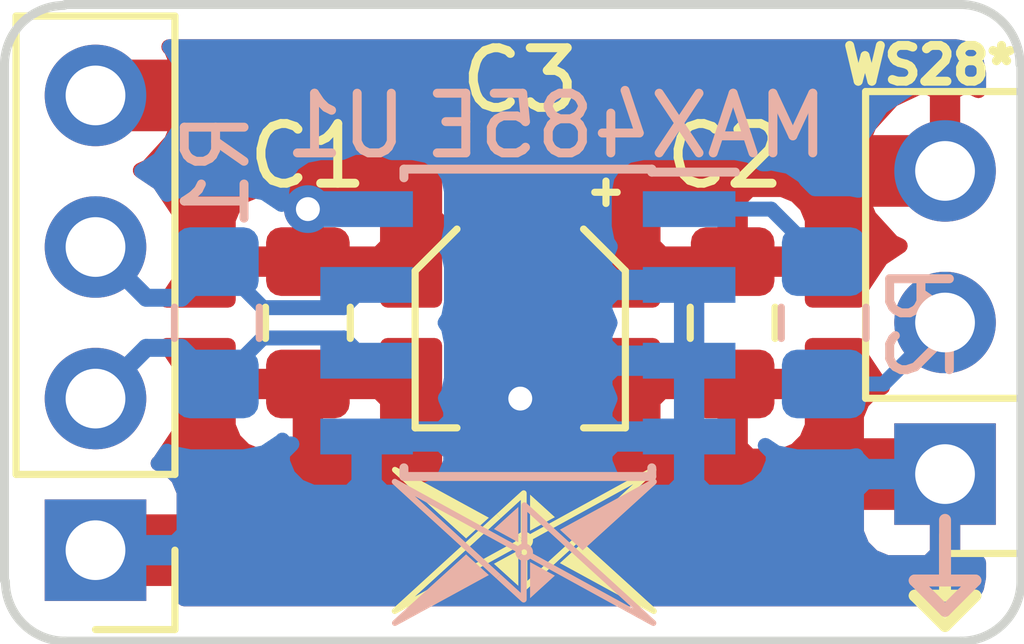
<source format=kicad_pcb>
(kicad_pcb (version 20171130) (host pcbnew 5.0.0)

  (general
    (thickness 1.6)
    (drawings 17)
    (tracks 26)
    (zones 0)
    (modules 10)
    (nets 7)
  )

  (page A4)
  (layers
    (0 F.Cu signal hide)
    (31 B.Cu signal)
    (32 B.Adhes user hide)
    (33 F.Adhes user)
    (34 B.Paste user hide)
    (35 F.Paste user hide)
    (36 B.SilkS user)
    (37 F.SilkS user hide)
    (38 B.Mask user hide)
    (39 F.Mask user hide)
    (40 Dwgs.User user hide)
    (41 Cmts.User user hide)
    (42 Eco1.User user hide)
    (43 Eco2.User user hide)
    (44 Edge.Cuts user)
    (45 Margin user hide)
    (46 B.CrtYd user hide)
    (47 F.CrtYd user hide)
    (48 B.Fab user hide)
    (49 F.Fab user hide)
  )

  (setup
    (last_trace_width 0.3)
    (user_trace_width 0.3)
    (user_trace_width 0.8)
    (user_trace_width 1.2)
    (trace_clearance 0.2)
    (zone_clearance 0.508)
    (zone_45_only no)
    (trace_min 0.2)
    (segment_width 0.2)
    (edge_width 0.15)
    (via_size 0.8)
    (via_drill 0.4)
    (via_min_size 0.4)
    (via_min_drill 0.3)
    (uvia_size 0.3)
    (uvia_drill 0.1)
    (uvias_allowed no)
    (uvia_min_size 0.2)
    (uvia_min_drill 0.1)
    (pcb_text_width 0.3)
    (pcb_text_size 1.5 1.5)
    (mod_edge_width 0.15)
    (mod_text_size 1 1)
    (mod_text_width 0.15)
    (pad_size 1.7 1.7)
    (pad_drill 1)
    (pad_to_mask_clearance 0.2)
    (aux_axis_origin 0 0)
    (visible_elements FFFFFF7F)
    (pcbplotparams
      (layerselection 0x010fc_ffffffff)
      (usegerberextensions false)
      (usegerberattributes true)
      (usegerberadvancedattributes false)
      (creategerberjobfile false)
      (excludeedgelayer true)
      (linewidth 0.100000)
      (plotframeref false)
      (viasonmask false)
      (mode 1)
      (useauxorigin false)
      (hpglpennumber 1)
      (hpglpenspeed 20)
      (hpglpendiameter 15.000000)
      (psnegative false)
      (psa4output false)
      (plotreference true)
      (plotvalue true)
      (plotinvisibletext false)
      (padsonsilk false)
      (subtractmaskfromsilk false)
      (outputformat 1)
      (mirror false)
      (drillshape 0)
      (scaleselection 1)
      (outputdirectory "/home/wiebel/Workspace/CANNode/Hardware/kicad/DiffWS2811/gerber/"))
  )

  (net 0 "")
  (net 1 "Net-(R2-Pad2)")
  (net 2 "Net-(J2-Pad2)")
  (net 3 GND)
  (net 4 VCC)
  (net 5 /D+)
  (net 6 /D-)

  (net_class Default "This is the default net class."
    (clearance 0.2)
    (trace_width 0.25)
    (via_dia 0.8)
    (via_drill 0.4)
    (uvia_dia 0.3)
    (uvia_drill 0.1)
    (add_net /D+)
    (add_net /D-)
    (add_net GND)
    (add_net "Net-(J2-Pad2)")
    (add_net "Net-(R2-Pad2)")
    (add_net VCC)
  )

  (module own:LOGO_MID (layer B.Cu) (tedit 0) (tstamp 5C046680)
    (at 152.146 67.31 180)
    (fp_text reference "" (at 0 0 180) (layer B.SilkS)
      (effects (font (size 1.27 1.27) (thickness 0.15)) (justify mirror))
    )
    (fp_text value "" (at 0 0 180) (layer B.SilkS)
      (effects (font (size 1.27 1.27) (thickness 0.15)) (justify mirror))
    )
    (fp_poly (pts (xy 0.049153 2.466359) (xy 0.029946 2.462459) (xy 0.013781 2.451281) (xy 0.003256 2.434781)
      (xy 0 2.415481) (xy 0.004556 2.396381) (xy 0.016168 2.38064) (xy 0.032443 2.365659)
      (xy 0.065212 2.33604) (xy 0.081487 2.321181) (xy 0.097871 2.306318) (xy 0.11415 2.291459)
      (xy 0.130534 2.2767) (xy 0.146809 2.261818) (xy 0.163193 2.246959) (xy 0.195746 2.21724)
      (xy 0.212131 2.202481) (xy 0.228515 2.1876) (xy 0.24479 2.17274) (xy 0.261175 2.157881)
      (xy 0.277453 2.143018) (xy 0.293837 2.12814) (xy 0.310112 2.113281) (xy 0.326496 2.0983)
      (xy 0.342771 2.083659) (xy 0.359159 2.0688) (xy 0.375434 2.053918) (xy 0.391818 2.039059)
      (xy 0.408093 2.0242) (xy 0.424481 2.00944) (xy 0.440756 1.994575) (xy 0.473525 1.964843)
      (xy 0.4898 1.949978) (xy 0.506187 1.935112) (xy 0.522462 1.920246) (xy 0.538843 1.905384)
      (xy 0.555121 1.890625) (xy 0.571506 1.875759) (xy 0.587784 1.860893) (xy 0.604165 1.846028)
      (xy 0.62044 1.831162) (xy 0.636828 1.816296) (xy 0.653103 1.80154) (xy 0.669487 1.786675)
      (xy 0.685762 1.771812) (xy 0.702146 1.756837) (xy 0.718425 1.742078) (xy 0.751193 1.712346)
      (xy 0.767468 1.697484) (xy 0.783856 1.682615) (xy 0.800131 1.667753) (xy 0.816512 1.652993)
      (xy 0.83279 1.638131) (xy 0.849175 1.623262) (xy 0.865453 1.608396) (xy 0.881837 1.593534)
      (xy 0.898112 1.578665) (xy 0.914496 1.563912) (xy 0.930771 1.549043) (xy 0.947159 1.534181)
      (xy 0.963434 1.519312) (xy 0.979815 1.504559) (xy 0.996093 1.48969) (xy 1.028862 1.459962)
      (xy 1.045137 1.445093) (xy 1.061521 1.430231) (xy 1.0778 1.415362) (xy 1.094184 1.40039)
      (xy 1.110462 1.385634) (xy 1.143231 1.355903) (xy 1.159506 1.341146) (xy 1.175887 1.326281)
      (xy 1.192165 1.311412) (xy 1.20855 1.29655) (xy 1.219509 1.286459) (xy 1.230468 1.276475)
      (xy 1.241537 1.266384) (xy 1.252493 1.276475) (xy 1.263456 1.286459) (xy 1.274521 1.29655)
      (xy 1.290146 1.310762) (xy 1.305662 1.324978) (xy 1.415037 1.424481) (xy 1.430771 1.438587)
      (xy 1.446396 1.452909) (xy 1.461912 1.467121) (xy 1.493162 1.49555) (xy 1.508896 1.509875)
      (xy 1.524521 1.524087) (xy 1.540037 1.538303) (xy 1.555771 1.552515) (xy 1.571396 1.566731)
      (xy 1.58409 1.57834) (xy 1.596896 1.589953) (xy 1.60959 1.601562) (xy 1.622396 1.613281)
      (xy 1.592231 1.629775) (xy 1.577037 1.638021) (xy 1.561959 1.646265) (xy 1.523328 1.667315)
      (xy 1.504012 1.677953) (xy 1.48459 1.688478) (xy 1.465278 1.699003) (xy 1.42665 1.720162)
      (xy 1.407228 1.730793) (xy 1.387912 1.741318) (xy 1.368596 1.751953) (xy 1.349284 1.762478)
      (xy 1.329862 1.773003) (xy 1.310546 1.783637) (xy 1.291234 1.794162) (xy 1.271918 1.804796)
      (xy 1.252606 1.815321) (xy 1.233181 1.825846) (xy 1.213865 1.836481) (xy 1.194553 1.847006)
      (xy 1.175237 1.857531) (xy 1.136612 1.878687) (xy 1.117187 1.889321) (xy 1.097871 1.899846)
      (xy 1.078559 1.910481) (xy 1.059137 1.921009) (xy 1.039821 1.931534) (xy 1.020509 1.942059)
      (xy 1.001193 1.95269) (xy 0.981881 1.963325) (xy 0.962456 1.97385) (xy 0.94314 1.984375)
      (xy 0.923828 1.995009) (xy 0.904512 2.00554) (xy 0.8852 2.016159) (xy 0.865778 2.0267)
      (xy 0.846462 2.037218) (xy 0.827146 2.047859) (xy 0.807834 2.058381) (xy 0.788412 2.069018)
      (xy 0.749784 2.090059) (xy 0.730468 2.100581) (xy 0.711046 2.111218) (xy 0.691731 2.121859)
      (xy 0.672415 2.132381) (xy 0.652993 2.143018) (xy 0.633681 2.15354) (xy 0.614365 2.164181)
      (xy 0.595053 2.1747) (xy 0.575631 2.185118) (xy 0.556312 2.195859) (xy 0.537 2.206381)
      (xy 0.517578 2.217018) (xy 0.498262 2.22754) (xy 0.47895 2.238181) (xy 0.459637 2.2487)
      (xy 0.440212 2.259218) (xy 0.420896 2.269859) (xy 0.401584 2.280381) (xy 0.382268 2.291018)
      (xy 0.362846 2.30154) (xy 0.343534 2.312059) (xy 0.324218 2.3227) (xy 0.304906 2.333218)
      (xy 0.28559 2.343859) (xy 0.266168 2.354381) (xy 0.246853 2.365018) (xy 0.227431 2.37554)
      (xy 0.208115 2.386181) (xy 0.169487 2.407218) (xy 0.150065 2.417759) (xy 0.13075 2.428381)
      (xy 0.111437 2.439018) (xy 0.092121 2.44954) (xy 0.0727 2.460059) (xy 0.061306 2.46474)) (layer B.SilkS) (width 0))
    (fp_poly (pts (xy 1.772787 1.683918) (xy 1.756512 1.669162) (xy 1.740125 1.654187) (xy 1.72385 1.639321)
      (xy 1.707465 1.62435) (xy 1.691187 1.609375) (xy 1.674806 1.594509) (xy 1.658418 1.579537)
      (xy 1.642143 1.564562) (xy 1.625759 1.549696) (xy 1.609375 1.534612) (xy 1.5931 1.519746)
      (xy 1.576712 1.504884) (xy 1.560331 1.489909) (xy 1.544053 1.474937) (xy 1.527668 1.459962)
      (xy 1.511393 1.445093) (xy 1.495009 1.430121) (xy 1.478625 1.415256) (xy 1.462346 1.400284)
      (xy 1.429578 1.370334) (xy 1.413303 1.355468) (xy 1.380534 1.325521) (xy 1.364259 1.310656)
      (xy 1.347871 1.295681) (xy 1.331596 1.280709) (xy 1.315212 1.26584) (xy 1.298828 1.250868)
      (xy 1.282553 1.235893) (xy 1.266165 1.221028) (xy 1.249784 1.205946) (xy 1.233509 1.191187)
      (xy 1.217121 1.176215) (xy 1.200846 1.16124) (xy 1.184462 1.146375) (xy 1.168078 1.131403)
      (xy 1.1518 1.116428) (xy 1.135415 1.101562) (xy 1.11914 1.086587) (xy 1.102756 1.071721)
      (xy 1.086481 1.05664) (xy 1.070093 1.041775) (xy 1.053712 1.026912) (xy 1.037437 1.011937)
      (xy 1.02105 0.996962) (xy 1.004775 0.982096) (xy 0.972006 0.952146) (xy 0.955731 0.937284)
      (xy 0.939343 0.922309) (xy 0.923068 0.907337) (xy 0.906684 0.892468) (xy 0.8903 0.877493)
      (xy 0.874021 0.862521) (xy 0.857637 0.847656) (xy 0.841256 0.832684) (xy 0.824978 0.817709)
      (xy 0.808593 0.80284) (xy 0.792315 0.787868) (xy 0.775934 0.772893) (xy 0.75955 0.758031)
      (xy 0.743271 0.742946) (xy 0.726887 0.728081) (xy 0.710612 0.713215) (xy 0.67784 0.683268)
      (xy 0.661565 0.668403) (xy 0.628796 0.638456) (xy 0.612521 0.623587) (xy 0.579753 0.59364)
      (xy 0.563478 0.578775) (xy 0.530709 0.548828) (xy 0.514431 0.533962) (xy 0.498046 0.518987)
      (xy 0.481771 0.504012) (xy 0.465387 0.48915) (xy 0.449003 0.474175) (xy 0.432725 0.459203)
      (xy 0.41634 0.444228) (xy 0.400062 0.429362) (xy 0.383681 0.414281) (xy 0.367296 0.399521)
      (xy 0.351018 0.38455) (xy 0.334637 0.369575) (xy 0.31825 0.354709) (xy 0.301975 0.339737)
      (xy 0.28559 0.324762) (xy 0.269206 0.309896) (xy 0.252931 0.294921) (xy 0.220159 0.264975)
      (xy 0.203884 0.250109) (xy 0.1875 0.235134) (xy 0.171225 0.220159) (xy 0.154837 0.205296)
      (xy 0.138456 0.190321) (xy 0.122178 0.175456) (xy 0.105793 0.160481) (xy 0.089518 0.145509)
      (xy 0.073134 0.13064) (xy 0.056859 0.115668) (xy 0.040471 0.100587) (xy 0.024087 0.085828)
      (xy 0.013237 0.071615) (xy 0.008246 0.054471) (xy 0.00955 0.036675) (xy 0.017143 0.020509)
      (xy 0.030056 0.008031) (xy 0.04644 0.001084) (xy 0.064237 0.000543) (xy 0.081056 0.006293)
      (xy 0.100478 0.016928) (xy 0.1199 0.027668) (xy 0.139321 0.038303) (xy 0.158853 0.049043)
      (xy 0.1977 0.070312) (xy 0.217121 0.080946) (xy 0.255968 0.102321) (xy 0.27539 0.113062)
      (xy 0.294812 0.123696) (xy 0.314237 0.13444) (xy 0.353081 0.155709) (xy 0.372506 0.16645)
      (xy 0.391928 0.176975) (xy 0.411459 0.187715) (xy 0.430881 0.198459) (xy 0.450303 0.20909)
      (xy 0.469728 0.219837) (xy 0.48915 0.230468) (xy 0.508571 0.241209) (xy 0.547415 0.262478)
      (xy 0.56684 0.273218) (xy 0.586371 0.283856) (xy 0.605687 0.294487) (xy 0.625109 0.305231)
      (xy 0.644637 0.315862) (xy 0.664062 0.326496) (xy 0.683487 0.337237) (xy 0.722331 0.358509)
      (xy 0.741753 0.36914) (xy 0.761175 0.379884) (xy 0.7806 0.390625) (xy 0.838865 0.422525)
      (xy 0.858287 0.433268) (xy 0.877712 0.443903) (xy 0.897137 0.454643) (xy 0.935981 0.475912)
      (xy 0.955403 0.486653) (xy 0.99425 0.507921) (xy 1.013671 0.518662) (xy 1.033203 0.529296)
      (xy 1.052625 0.540037) (xy 1.091471 0.561306) (xy 1.110893 0.57205) (xy 1.149737 0.593315)
      (xy 1.169162 0.604059) (xy 1.188587 0.61469) (xy 1.208009 0.625434) (xy 1.246853 0.646703)
      (xy 1.266275 0.657337) (xy 1.285809 0.668078) (xy 1.305121 0.678712) (xy 1.324543 0.689453)
      (xy 1.344075 0.700087) (xy 1.363496 0.710828) (xy 1.402343 0.732096) (xy 1.421765 0.742837)
      (xy 1.460612 0.764106) (xy 1.480037 0.774846) (xy 1.518881 0.796115) (xy 1.538303 0.806859)
      (xy 1.557725 0.81749) (xy 1.577146 0.828234) (xy 1.596571 0.838865) (xy 1.616103 0.8495)
      (xy 1.635525 0.860243) (xy 1.654946 0.870878) (xy 1.674368 0.881618) (xy 1.713215 0.902887)
      (xy 1.732637 0.913628) (xy 1.752168 0.924262) (xy 1.77159 0.935006) (xy 1.810437 0.956271)
      (xy 1.829862 0.967012) (xy 1.849284 0.977646) (xy 1.868706 0.988387) (xy 1.907553 1.009659)
      (xy 1.926975 1.0204) (xy 1.946396 1.031034) (xy 1.965928 1.041559) (xy 1.985353 1.052409)
      (xy 2.004781 1.06304) (xy 2.0242 1.073787) (xy 2.06304 1.095053) (xy 2.082459 1.105793)
      (xy 2.101881 1.116428) (xy 2.121318 1.127168) (xy 2.13434 1.116537) (xy 2.148318 1.107531)
      (xy 2.1633 1.100153) (xy 2.17904 1.094509) (xy 2.17904 0.442709) (xy 2.182618 0.424043)
      (xy 2.192918 0.408093) (xy 2.20854 0.397243) (xy 2.226881 0.393118) (xy 2.24554 0.396265)
      (xy 2.261618 0.40614) (xy 2.277881 0.421115) (xy 2.294159 0.436087) (xy 2.31044 0.450956)
      (xy 2.326818 0.465818) (xy 2.359381 0.49555) (xy 2.37564 0.510525) (xy 2.440759 0.569987)
      (xy 2.45704 0.584962) (xy 2.489581 0.61469) (xy 2.505959 0.629559) (xy 2.538518 0.659287)
      (xy 2.5548 0.674262) (xy 2.6199 0.733725) (xy 2.636181 0.748696) (xy 2.652459 0.763562)
      (xy 2.66884 0.778428) (xy 2.685118 0.793293) (xy 2.6709 0.807184) (xy 2.656681 0.820962)
      (xy 2.642581 0.834853) (xy 2.628359 0.84874) (xy 2.614259 0.862521) (xy 2.566081 0.818578)
      (xy 2.55014 0.803928) (xy 2.501959 0.759984) (xy 2.486 0.745334) (xy 2.453881 0.716037)
      (xy 2.43794 0.701281) (xy 2.3737 0.642793) (xy 2.35774 0.628146) (xy 2.32564 0.59885)
      (xy 2.309681 0.584203) (xy 2.277559 0.554906) (xy 2.277559 1.100043) (xy 2.2971 1.110568)
      (xy 2.314559 1.124134) (xy 2.330081 1.139975) (xy 2.28744 1.18164) (xy 2.273118 1.195531)
      (xy 2.2589 1.209418) (xy 2.2487 1.19759) (xy 2.235559 1.189343) (xy 2.220259 1.186521)
      (xy 2.201381 1.190106) (xy 2.185218 1.200737) (xy 2.174581 1.216906) (xy 2.171 1.235787)
      (xy 2.173718 1.250759) (xy 2.18154 1.263781) (xy 2.192918 1.273871) (xy 2.1786 1.287868)
      (xy 2.150181 1.315646) (xy 2.135859 1.329537) (xy 2.12164 1.343534) (xy 2.10764 1.328884)
      (xy 2.0956 1.31239) (xy 2.085818 1.294812) (xy 2.078559 1.275825) (xy 2.074218 1.256078)
      (xy 2.0727 1.235787) (xy 2.07314 1.2245) (xy 2.07444 1.213215) (xy 2.05524 1.20269)
      (xy 1.997287 1.170787) (xy 1.977971 1.160262) (xy 1.939343 1.138996) (xy 1.919921 1.128362)
      (xy 1.900715 1.117731) (xy 1.881293 1.107206) (xy 1.82335 1.075303) (xy 1.804037 1.064778)
      (xy 1.784831 1.054143) (xy 1.746203 1.032878) (xy 1.726887 1.022353) (xy 1.688259 1.001087)
      (xy 1.668943 0.990562) (xy 1.611003 0.958659) (xy 1.591687 0.948134) (xy 1.533743 0.916234)
      (xy 1.514431 0.905709) (xy 1.456487 0.873806) (xy 1.437175 0.863281) (xy 1.359915 0.820746)
      (xy 1.340603 0.810112) (xy 1.301975 0.788953) (xy 1.282662 0.778428) (xy 1.244034 0.757162)
      (xy 1.224828 0.746637) (xy 1.186196 0.725368) (xy 1.166884 0.714843) (xy 1.10894 0.68294)
      (xy 1.089628 0.672415) (xy 1.070421 0.661784) (xy 1.051106 0.65115) (xy 1.03179 0.640625)
      (xy 0.97385 0.608725) (xy 0.954537 0.5982) (xy 0.89659 0.566296) (xy 0.877278 0.555771)
      (xy 0.819337 0.523871) (xy 0.800021 0.513346) (xy 0.742078 0.481443) (xy 0.722762 0.470918)
      (xy 0.684137 0.449653) (xy 0.664821 0.439128) (xy 0.645615 0.428493) (xy 0.626303 0.417753)
      (xy 0.606987 0.407337) (xy 0.549043 0.375434) (xy 0.529731 0.364909) (xy 0.491103 0.34364)
      (xy 0.471896 0.333115) (xy 0.433268 0.31185) (xy 0.413953 0.301325) (xy 0.394637 0.290687)
      (xy 0.492296 0.379884) (xy 0.508571 0.394856) (xy 0.541125 0.424587) (xy 0.557509 0.439453)
      (xy 0.573787 0.454318) (xy 0.590062 0.46929) (xy 0.67144 0.543618) (xy 0.687715 0.558593)
      (xy 0.752821 0.617946) (xy 0.769206 0.632921) (xy 0.785481 0.647787) (xy 0.801759 0.662762)
      (xy 0.899412 0.751953) (xy 0.915687 0.766928) (xy 0.931965 0.78179) (xy 0.94835 0.796659)
      (xy 0.964628 0.811521) (xy 0.980793 0.826281) (xy 0.997178 0.841256) (xy 1.046009 0.88585)
      (xy 1.062284 0.900825) (xy 1.176215 1.004884) (xy 1.19249 1.019856) (xy 1.208765 1.034612)
      (xy 1.225043 1.049587) (xy 1.257593 1.079318) (xy 1.273981 1.094184) (xy 1.306534 1.123912)
      (xy 1.322809 1.138781) (xy 1.453015 1.257812) (xy 1.46929 1.272787) (xy 1.583225 1.376843)
      (xy 1.5995 1.391818) (xy 1.615778 1.406684) (xy 1.632162 1.42155) (xy 1.762368 1.540471)
      (xy 1.778646 1.555446) (xy 1.84375 1.614909) (xy 1.829537 1.628687) (xy 1.815321 1.642578)
      (xy 1.801215 1.656359) (xy 1.787 1.670246)) (layer B.SilkS) (width 0))
    (fp_poly (pts (xy 2.122059 1.070531) (xy 2.049159 1.0306) (xy 2.030381 1.02029) (xy 2.0115 1.01009)
      (xy 1.992731 0.999784) (xy 1.973959 0.989475) (xy 1.955187 0.979275) (xy 1.936306 0.969075)
      (xy 1.917537 0.958765) (xy 1.898762 0.948565) (xy 1.87999 0.938259) (xy 1.861112 0.928062)
      (xy 1.842337 0.917753) (xy 1.823565 0.907553) (xy 1.804796 0.897243) (xy 1.786025 0.887043)
      (xy 1.767143 0.876737) (xy 1.752062 0.868487) (xy 1.736762 0.860243) (xy 1.706381 0.84364)
      (xy 1.71929 0.832137) (xy 1.732096 0.820531) (xy 1.745009 0.808918) (xy 1.757812 0.797309)
      (xy 1.773437 0.782987) (xy 1.789171 0.768771) (xy 1.804796 0.75445) (xy 1.820421 0.740234)
      (xy 1.836156 0.726018) (xy 1.851781 0.711696) (xy 1.867406 0.697484) (xy 1.883137 0.683268)
      (xy 1.898762 0.668943) (xy 1.914387 0.654731) (xy 1.930121 0.640515) (xy 1.945746 0.626087)
      (xy 1.961481 0.611981) (xy 1.977106 0.597656) (xy 1.992731 0.58344) (xy 2.008459 0.569118)
      (xy 2.039718 0.540687) (xy 2.0535 0.528103) (xy 2.067159 0.515625) (xy 2.08094 0.503146)
      (xy 2.108281 0.478187) (xy 2.122059 0.465712)) (layer B.SilkS) (width 0))
    (fp_poly (pts (xy 1.772787 1.683918) (xy 1.787 1.670246) (xy 1.801215 1.656359) (xy 1.815321 1.642578)
      (xy 1.829537 1.628687) (xy 1.84375 1.614909) (xy 1.859915 1.629559) (xy 1.876193 1.644531)
      (xy 1.892362 1.659287) (xy 1.908528 1.674153) (xy 1.924806 1.689018) (xy 1.940971 1.703775)
      (xy 1.957246 1.71864) (xy 1.973415 1.733396) (xy 1.989584 1.748262) (xy 2.005859 1.763021)
      (xy 2.022018 1.777887) (xy 2.0382 1.792643) (xy 2.054459 1.807509) (xy 2.07064 1.822265)
      (xy 2.0868 1.837131) (xy 2.103081 1.851781) (xy 2.11924 1.866753) (xy 2.135418 1.881512)
      (xy 2.1517 1.896375) (xy 2.167859 1.911134) (xy 2.167859 1.373696) (xy 2.15114 1.365668)
      (xy 2.135859 1.355253) (xy 2.12164 1.343534) (xy 2.135859 1.329537) (xy 2.150181 1.315646)
      (xy 2.1786 1.287868) (xy 2.192918 1.273871) (xy 2.20574 1.28179) (xy 2.220259 1.285156)
      (xy 2.239259 1.281465) (xy 2.255318 1.270725) (xy 2.265959 1.254775) (xy 2.26964 1.235787)
      (xy 2.266281 1.221896) (xy 2.2589 1.209418) (xy 2.273118 1.195531) (xy 2.28744 1.18164)
      (xy 2.330081 1.139975) (xy 2.343 1.156575) (xy 2.353518 1.174696) (xy 2.36144 1.194337)
      (xy 2.366218 1.214843) (xy 2.36784 1.235787) (xy 2.367181 1.250759) (xy 2.3865 1.261393)
      (xy 2.405918 1.271918) (xy 2.42524 1.282662) (xy 2.444659 1.293293) (xy 2.483281 1.314562)
      (xy 2.52214 1.335828) (xy 2.560759 1.357096) (xy 2.580181 1.367731) (xy 2.5995 1.378362)
      (xy 2.618918 1.388996) (xy 2.657559 1.410262) (xy 2.676981 1.420896) (xy 2.696281 1.431534)
      (xy 2.715718 1.442059) (xy 2.75434 1.463434) (xy 2.773759 1.474065) (xy 2.812381 1.495334)
      (xy 2.8318 1.505965) (xy 2.85114 1.516603) (xy 2.870559 1.527237) (xy 2.889859 1.537868)
      (xy 2.909281 1.548503) (xy 2.928618 1.559137) (xy 2.948018 1.569768) (xy 2.96734 1.580403)
      (xy 2.986759 1.591037) (xy 3.025381 1.612196) (xy 3.0448 1.622937) (xy 3.06414 1.633571)
      (xy 3.083559 1.644206) (xy 3.122159 1.665471) (xy 3.141618 1.676106) (xy 3.160918 1.68674)
      (xy 3.18034 1.697375) (xy 3.218981 1.71864) (xy 3.238381 1.729275) (xy 3.277018 1.75054)
      (xy 3.29644 1.761175) (xy 3.335081 1.782337) (xy 3.3545 1.792968) (xy 3.41244 1.824868)
      (xy 3.431859 1.835503) (xy 3.451159 1.846137) (xy 3.470581 1.856771) (xy 3.489918 1.867406)
      (xy 3.50934 1.878037) (xy 3.547981 1.899196) (xy 3.5868 1.920571) (xy 3.62544 1.94184)
      (xy 3.644859 1.952475) (xy 3.683481 1.97374) (xy 3.702918 1.984375) (xy 3.722218 1.995009)
      (xy 3.74164 2.00564) (xy 3.799581 2.03754) (xy 3.819 2.048181) (xy 3.85764 2.06934)
      (xy 3.877059 2.080081) (xy 3.9157 2.10134) (xy 3.935118 2.111981) (xy 3.97374 2.13324)
      (xy 3.993159 2.143881) (xy 4.012481 2.154518) (xy 4.031881 2.16514) (xy 4.051218 2.175781)
      (xy 4.03494 2.1608) (xy 4.018559 2.14594) (xy 4.002281 2.130959) (xy 3.985881 2.1161)
      (xy 3.969618 2.101118) (xy 3.953218 2.086159) (xy 3.936859 2.071281) (xy 3.920581 2.056318)
      (xy 3.9042 2.041459) (xy 3.887918 2.026481) (xy 3.871518 2.0115) (xy 3.855259 1.996637)
      (xy 3.838859 1.981662) (xy 3.822581 1.966796) (xy 3.8062 1.951821) (xy 3.78994 1.936959)
      (xy 3.757159 1.907009) (xy 3.740881 1.892143) (xy 3.7245 1.877168) (xy 3.708218 1.862196)
      (xy 3.69184 1.847331) (xy 3.675559 1.832465) (xy 3.659281 1.81749) (xy 3.642918 1.802625)
      (xy 3.626518 1.787653) (xy 3.61024 1.772787) (xy 3.593981 1.757812) (xy 3.577581 1.742946)
      (xy 3.5613 1.727971) (xy 3.544918 1.713109) (xy 3.52864 1.698134) (xy 3.512259 1.683268)
      (xy 3.495981 1.668293) (xy 3.479618 1.653428) (xy 3.46334 1.638456) (xy 3.44694 1.623587)
      (xy 3.430659 1.608615) (xy 3.414281 1.59364) (xy 3.398 1.578775) (xy 3.381718 1.563912)
      (xy 3.36534 1.548937) (xy 3.348981 1.534071) (xy 3.3327 1.519096) (xy 3.3163 1.504121)
      (xy 3.300018 1.489259) (xy 3.28364 1.474284) (xy 3.267359 1.459418) (xy 3.250981 1.444337)
      (xy 3.2347 1.429578) (xy 3.2183 1.414606) (xy 3.202018 1.399737) (xy 3.185659 1.384765)
      (xy 3.169381 1.3699) (xy 3.153 1.354925) (xy 3.136718 1.339953) (xy 3.12034 1.325087)
      (xy 3.104059 1.310112) (xy 3.087659 1.295246) (xy 3.071381 1.280271) (xy 3.055 1.265409)
      (xy 3.03874 1.250434) (xy 3.022481 1.235568) (xy 3.006081 1.220593) (xy 2.9898 1.205731)
      (xy 2.973418 1.190756) (xy 2.95714 1.175887) (xy 2.94074 1.160809) (xy 2.924481 1.14605)
      (xy 2.908081 1.131187) (xy 2.8918 1.116212) (xy 2.875559 1.101343) (xy 2.859159 1.086371)
      (xy 2.842881 1.071506) (xy 2.8265 1.056534) (xy 2.810218 1.041559) (xy 2.79384 1.02669)
      (xy 2.777559 1.011828) (xy 2.761281 0.996853) (xy 2.7449 0.981987) (xy 2.728618 0.967012)
      (xy 2.71224 0.952146) (xy 2.695959 0.937175) (xy 2.679581 0.922309) (xy 2.6632 0.907337)
      (xy 2.646918 0.892253) (xy 2.63054 0.877493) (xy 2.614259 0.862521) (xy 2.628359 0.84874)
      (xy 2.642581 0.834853) (xy 2.656681 0.820962) (xy 2.6709 0.807184) (xy 2.685118 0.793293)
      (xy 2.783418 0.883031) (xy 2.7998 0.898218) (xy 2.8162 0.913087) (xy 2.832581 0.928062)
      (xy 2.86534 0.958009) (xy 2.881718 0.97309) (xy 2.898118 0.987956) (xy 2.9145 1.002931)
      (xy 2.930781 1.017903) (xy 3.192918 1.257487) (xy 3.2093 1.272568) (xy 3.2258 1.287543)
      (xy 3.27494 1.332465) (xy 3.291218 1.347437) (xy 3.307618 1.362196) (xy 3.602518 1.631837)
      (xy 3.6188 1.646812) (xy 3.6353 1.661784) (xy 3.668081 1.691731) (xy 3.684359 1.706706)
      (xy 3.70084 1.721681) (xy 3.717218 1.736653) (xy 3.7335 1.751628) (xy 3.766281 1.781575)
      (xy 3.782781 1.79655) (xy 3.799159 1.811521) (xy 3.815418 1.826496) (xy 3.831918 1.841362)
      (xy 3.8482 1.856443) (xy 3.8647 1.871418) (xy 3.881081 1.886393) (xy 3.897359 1.901365)
      (xy 3.913759 1.91634) (xy 3.930218 1.931312) (xy 3.995781 1.991212) (xy 4.012059 2.006181)
      (xy 4.028418 2.021159) (xy 4.044918 2.03614) (xy 4.0612 2.0511) (xy 4.356118 2.32054)
      (xy 4.3725 2.335718) (xy 4.421659 2.38064) (xy 4.433481 2.396381) (xy 4.43814 2.415359)
      (xy 4.434881 2.434781) (xy 4.424159 2.451281) (xy 4.407781 2.462559) (xy 4.38834 2.466359)
      (xy 4.3762 2.46474) (xy 4.3648 2.460059) (xy 4.32594 2.4388) (xy 4.306518 2.428059)
      (xy 4.287 2.417418) (xy 4.267581 2.4068) (xy 4.248159 2.39604) (xy 4.228718 2.3853)
      (xy 4.2093 2.374681) (xy 4.170481 2.3534) (xy 4.151059 2.342659) (xy 4.1122 2.3214)
      (xy 4.092781 2.310659) (xy 4.073359 2.300018) (xy 4.053918 2.289281) (xy 4.0345 2.27864)
      (xy 4.015081 2.2679) (xy 3.995559 2.257259) (xy 3.97614 2.24664) (xy 3.9567 2.2359)
      (xy 3.937281 2.225259) (xy 3.917859 2.214518) (xy 3.879018 2.193259) (xy 3.859581 2.1825)
      (xy 3.82074 2.16124) (xy 3.80134 2.1504) (xy 3.762481 2.12924) (xy 3.743059 2.118481)
      (xy 3.704218 2.097118) (xy 3.684781 2.086481) (xy 3.64594 2.065218) (xy 3.626518 2.054459)
      (xy 3.607081 2.04384) (xy 3.587659 2.0331) (xy 3.54884 2.011818) (xy 3.529418 2.001081)
      (xy 3.490559 1.979815) (xy 3.47114 1.969075) (xy 3.4323 1.947809) (xy 3.412859 1.937065)
      (xy 3.39344 1.926434) (xy 3.374018 1.915687) (xy 3.335159 1.894421) (xy 3.31574 1.883681)
      (xy 3.296218 1.873046) (xy 3.276918 1.862412) (xy 3.257381 1.851671) (xy 3.23794 1.841037)
      (xy 3.218518 1.830293) (xy 3.1797 1.808918) (xy 3.160281 1.798287) (xy 3.121418 1.777018)
      (xy 3.102 1.766275) (xy 3.082581 1.75564) (xy 3.06314 1.7449) (xy 3.0243 1.723634)
      (xy 3.004881 1.71289) (xy 2.966018 1.691621) (xy 2.946618 1.680881) (xy 2.907781 1.659612)
      (xy 2.88834 1.648871) (xy 2.868918 1.638237) (xy 2.8495 1.627493) (xy 2.830081 1.616862)
      (xy 2.810559 1.606228) (xy 2.791118 1.595487) (xy 2.7717 1.584853) (xy 2.752281 1.574003)
      (xy 2.71344 1.55284) (xy 2.694018 1.5421) (xy 2.674581 1.531465) (xy 2.655159 1.520725)
      (xy 2.63574 1.51009) (xy 2.616218 1.49935) (xy 2.577359 1.478081) (xy 2.55794 1.467337)
      (xy 2.5191 1.446071) (xy 2.499781 1.435331) (xy 2.480259 1.424696) (xy 2.460818 1.414062)
      (xy 2.4414 1.403318) (xy 2.421981 1.392687) (xy 2.402559 1.381837) (xy 2.363718 1.360678)
      (xy 2.3443 1.349937) (xy 2.324859 1.3393) (xy 2.311959 1.350912) (xy 2.297859 1.360893)
      (xy 2.282559 1.36914) (xy 2.2665 1.375759) (xy 2.2665 2.023318) (xy 2.263018 2.041881)
      (xy 2.252818 2.057718) (xy 2.2373 2.068459) (xy 2.218859 2.0727) (xy 2.200081 2.069659)
      (xy 2.183818 2.059781) (xy 2.168081 2.045359) (xy 2.15224 2.030918) (xy 2.1364 2.016381)
      (xy 2.120659 2.001959) (xy 2.088981 1.97309) (xy 2.07324 1.958659) (xy 2.0574 1.944228)
      (xy 2.041559 1.929687) (xy 2.025718 1.915256) (xy 2.009981 1.900825) (xy 1.9783 1.871962)
      (xy 1.962562 1.857421) (xy 1.930881 1.828559) (xy 1.915146 1.814128) (xy 1.883462 1.785262)
      (xy 1.867621 1.770725) (xy 1.851887 1.756293) (xy 1.836046 1.741862) (xy 1.820312 1.727431)
      (xy 1.804468 1.71289) (xy 1.788628 1.698459)) (layer B.SilkS) (width 0))
    (fp_poly (pts (xy 2.318581 1.995225) (xy 2.318581 1.4018) (xy 2.3915 1.441731) (xy 2.428159 1.461696)
      (xy 2.4464 1.471681) (xy 2.501418 1.501628) (xy 2.51964 1.511503) (xy 2.537981 1.521484)
      (xy 2.574659 1.54145) (xy 2.592881 1.551434) (xy 2.629559 1.571396) (xy 2.647781 1.581381)
      (xy 2.666118 1.591362) (xy 2.726881 1.62435) (xy 2.714081 1.635959) (xy 2.701181 1.647568)
      (xy 2.688359 1.659287) (xy 2.675559 1.670896) (xy 2.64324 1.700193) (xy 2.627059 1.714953)
      (xy 2.6109 1.7296) (xy 2.594718 1.744359) (xy 2.5624 1.773656) (xy 2.54634 1.788303)
      (xy 2.530159 1.803062) (xy 2.49784 1.832356) (xy 2.481659 1.847112) (xy 2.4655 1.861762)
      (xy 2.449318 1.876518) (xy 2.417 1.905815) (xy 2.400818 1.920571) (xy 2.38444 1.935437)
      (xy 2.36794 1.950412) (xy 2.351459 1.965168) (xy 2.335059 1.980253)) (layer B.SilkS) (width 0))
    (fp_poly (pts (xy 3.193259 1.200087) (xy 3.1823 1.189993) (xy 3.171218 1.179906) (xy 3.160281 1.169812)
      (xy 3.113381 1.127168) (xy 3.097659 1.112956) (xy 3.035159 1.056096) (xy 3.019418 1.041884)
      (xy 2.9413 0.970812) (xy 2.925559 0.956596) (xy 2.863059 0.899737) (xy 2.85014 0.888131)
      (xy 2.837359 0.876412) (xy 2.82444 0.8648) (xy 2.81164 0.853187) (xy 2.872381 0.820203)
      (xy 2.891718 0.809568) (xy 2.91114 0.799043) (xy 2.93044 0.788518) (xy 2.949759 0.777887)
      (xy 2.969081 0.767253) (xy 2.9885 0.756728) (xy 3.0078 0.746203) (xy 3.02714 0.735568)
      (xy 3.046559 0.725043) (xy 3.065859 0.714518) (xy 3.085159 0.703884) (xy 3.1045 0.693359)
      (xy 3.123918 0.682834) (xy 3.143218 0.6722) (xy 3.162559 0.661675) (xy 3.181859 0.65104)
      (xy 3.201159 0.640515) (xy 3.220581 0.62999) (xy 3.239918 0.619359) (xy 3.278518 0.598309)
      (xy 3.297981 0.587675) (xy 3.317281 0.577146) (xy 3.336581 0.566512) (xy 3.355918 0.555987)
      (xy 3.37534 0.545356) (xy 3.41394 0.524196) (xy 3.433381 0.513671) (xy 3.4527 0.503146)
      (xy 3.472 0.492512) (xy 3.51064 0.471462) (xy 3.530059 0.460828) (xy 3.549359 0.450303)
      (xy 3.5687 0.439668) (xy 3.588 0.429143) (xy 3.607418 0.418618) (xy 3.626759 0.407987)
      (xy 3.646159 0.397462) (xy 3.665481 0.386828) (xy 3.704118 0.365668) (xy 3.723518 0.355143)
      (xy 3.74284 0.344618) (xy 3.762159 0.333984) (xy 3.781581 0.323459) (xy 3.800881 0.312825)
      (xy 3.8202 0.3023) (xy 3.83964 0.291559) (xy 3.878259 0.270615) (xy 3.897659 0.259981)
      (xy 3.917 0.249459) (xy 3.9363 0.238825) (xy 3.955718 0.228296) (xy 3.975059 0.217662)
      (xy 3.994359 0.20714) (xy 4.013781 0.196615) (xy 4.033081 0.185981) (xy 4.052418 0.175456)
      (xy 4.071718 0.164821) (xy 4.09114 0.154296) (xy 4.110481 0.143771) (xy 4.129781 0.133028)
      (xy 4.149081 0.122612) (xy 4.1685 0.111978) (xy 4.18784 0.101453) (xy 4.20724 0.090818)
      (xy 4.226559 0.080293) (xy 4.245881 0.069662) (xy 4.2653 0.059137) (xy 4.284618 0.048503)
      (xy 4.303918 0.037978) (xy 4.32324 0.027453) (xy 4.342659 0.016818) (xy 4.361981 0.006293)
      (xy 4.3788 0.000978) (xy 4.396381 0.001843) (xy 4.412559 0.008896) (xy 4.42514 0.021265)
      (xy 4.432618 0.037218) (xy 4.434018 0.054796) (xy 4.42914 0.071721) (xy 4.418618 0.085828)
      (xy 4.385859 0.115559) (xy 4.369581 0.130315) (xy 4.3532 0.145181) (xy 4.336918 0.160046)
      (xy 4.320518 0.174912) (xy 4.304259 0.189778) (xy 4.287859 0.204643) (xy 4.271581 0.219403)
      (xy 4.255218 0.234265) (xy 4.23894 0.249131) (xy 4.222559 0.263996) (xy 4.206281 0.278862)
      (xy 4.189881 0.293728) (xy 4.173618 0.308593) (xy 4.157218 0.323459) (xy 4.14094 0.338215)
      (xy 4.124559 0.353081) (xy 4.108281 0.367946) (xy 4.091918 0.382812) (xy 4.07564 0.397678)
      (xy 4.05924 0.412437) (xy 4.042981 0.4273) (xy 4.026581 0.442059) (xy 4.0103 0.457031)
      (xy 3.977518 0.486762) (xy 3.96124 0.501628) (xy 3.944881 0.516493) (xy 3.928618 0.53114)
      (xy 3.912218 0.546115) (xy 3.89594 0.560981) (xy 3.879559 0.575846) (xy 3.863281 0.590712)
      (xy 3.846881 0.605468) (xy 3.830618 0.620334) (xy 3.814259 0.6352) (xy 3.797981 0.650062)
      (xy 3.781581 0.664931) (xy 3.7653 0.679796) (xy 3.748918 0.694662) (xy 3.73264 0.709418)
      (xy 3.699859 0.73915) (xy 3.683581 0.754012) (xy 3.667218 0.768881) (xy 3.65094 0.783743)
      (xy 3.634559 0.798503) (xy 3.618281 0.813478) (xy 3.601881 0.828234) (xy 3.585618 0.8431)
      (xy 3.569218 0.857962) (xy 3.55294 0.872831) (xy 3.5202 0.902562) (xy 3.503918 0.917315)
      (xy 3.48764 0.932184) (xy 3.47124 0.94705) (xy 3.454981 0.961912) (xy 3.4222 0.991643)
      (xy 3.405918 1.006512) (xy 3.389518 1.021375) (xy 3.373281 1.036134) (xy 3.356881 1.050996)
      (xy 3.340618 1.065862) (xy 3.30784 1.095593) (xy 3.291559 1.110462) (xy 3.275159 1.125325)
      (xy 3.258881 1.14019) (xy 3.2425 1.154946) (xy 3.22624 1.169812) (xy 3.215281 1.179906)
      (xy 3.204218 1.189993)) (layer B.SilkS) (width 0))
  )

  (module Capacitor_SMD:CP_Elec_3x5.4 (layer F.Cu) (tedit 5A841F9D) (tstamp 5C032C32)
    (at 149.86 62.23 270)
    (descr "SMT capacitor, aluminium electrolytic, 3x5.4, Nichicon ")
    (tags "Capacitor Electrolytic")
    (path /5C07F5DF)
    (attr smd)
    (fp_text reference C3 (at -4.064 0) (layer F.SilkS)
      (effects (font (size 1 1) (thickness 0.15)))
    )
    (fp_text value CP_Small (at 0 2.7 270) (layer F.Fab)
      (effects (font (size 1 1) (thickness 0.15)))
    )
    (fp_text user %R (at 0 0 270) (layer F.Fab)
      (effects (font (size 0.6 0.6) (thickness 0.09)))
    )
    (fp_line (start -2.85 1.05) (end -1.78 1.05) (layer F.CrtYd) (width 0.05))
    (fp_line (start -2.85 -1.05) (end -2.85 1.05) (layer F.CrtYd) (width 0.05))
    (fp_line (start -1.78 -1.05) (end -2.85 -1.05) (layer F.CrtYd) (width 0.05))
    (fp_line (start -1.78 -1.05) (end -0.93 -1.9) (layer F.CrtYd) (width 0.05))
    (fp_line (start -1.78 1.05) (end -0.93 1.9) (layer F.CrtYd) (width 0.05))
    (fp_line (start -0.93 -1.9) (end 1.9 -1.9) (layer F.CrtYd) (width 0.05))
    (fp_line (start -0.93 1.9) (end 1.9 1.9) (layer F.CrtYd) (width 0.05))
    (fp_line (start 1.9 1.05) (end 1.9 1.9) (layer F.CrtYd) (width 0.05))
    (fp_line (start 2.85 1.05) (end 1.9 1.05) (layer F.CrtYd) (width 0.05))
    (fp_line (start 2.85 -1.05) (end 2.85 1.05) (layer F.CrtYd) (width 0.05))
    (fp_line (start 1.9 -1.05) (end 2.85 -1.05) (layer F.CrtYd) (width 0.05))
    (fp_line (start 1.9 -1.9) (end 1.9 -1.05) (layer F.CrtYd) (width 0.05))
    (fp_line (start -2.1875 -1.6225) (end -2.1875 -1.2475) (layer F.SilkS) (width 0.12))
    (fp_line (start -2.375 -1.435) (end -2 -1.435) (layer F.SilkS) (width 0.12))
    (fp_line (start -1.570563 1.06) (end -0.870563 1.76) (layer F.SilkS) (width 0.12))
    (fp_line (start -1.570563 -1.06) (end -0.870563 -1.76) (layer F.SilkS) (width 0.12))
    (fp_line (start -0.870563 1.76) (end 1.76 1.76) (layer F.SilkS) (width 0.12))
    (fp_line (start -0.870563 -1.76) (end 1.76 -1.76) (layer F.SilkS) (width 0.12))
    (fp_line (start 1.76 -1.76) (end 1.76 -1.06) (layer F.SilkS) (width 0.12))
    (fp_line (start 1.76 1.76) (end 1.76 1.06) (layer F.SilkS) (width 0.12))
    (fp_line (start -0.960469 -0.95) (end -0.960469 -0.65) (layer F.Fab) (width 0.1))
    (fp_line (start -1.110469 -0.8) (end -0.810469 -0.8) (layer F.Fab) (width 0.1))
    (fp_line (start -1.65 0.825) (end -0.825 1.65) (layer F.Fab) (width 0.1))
    (fp_line (start -1.65 -0.825) (end -0.825 -1.65) (layer F.Fab) (width 0.1))
    (fp_line (start -1.65 -0.825) (end -1.65 0.825) (layer F.Fab) (width 0.1))
    (fp_line (start -0.825 1.65) (end 1.65 1.65) (layer F.Fab) (width 0.1))
    (fp_line (start -0.825 -1.65) (end 1.65 -1.65) (layer F.Fab) (width 0.1))
    (fp_line (start 1.65 -1.65) (end 1.65 1.65) (layer F.Fab) (width 0.1))
    (fp_circle (center 0 0) (end 1.5 0) (layer F.Fab) (width 0.1))
    (pad 2 smd rect (at 1.5 0 270) (size 2.2 1.6) (layers F.Cu F.Paste F.Mask)
      (net 3 GND))
    (pad 1 smd rect (at -1.5 0 270) (size 2.2 1.6) (layers F.Cu F.Paste F.Mask)
      (net 4 VCC))
    (model ${KISYS3DMOD}/Capacitor_SMD.3dshapes/CP_Elec_3x5.4.wrl
      (at (xyz 0 0 0))
      (scale (xyz 1 1 1))
      (rotate (xyz 0 0 0))
    )
  )

  (module Capacitor_SMD:C_0805_2012Metric_Pad1.15x1.40mm_HandSolder (layer F.Cu) (tedit 5B36C52B) (tstamp 5C032CB8)
    (at 153.416 62.23 270)
    (descr "Capacitor SMD 0805 (2012 Metric), square (rectangular) end terminal, IPC_7351 nominal with elongated pad for handsoldering. (Body size source: https://docs.google.com/spreadsheets/d/1BsfQQcO9C6DZCsRaXUlFlo91Tg2WpOkGARC1WS5S8t0/edit?usp=sharing), generated with kicad-footprint-generator")
    (tags "capacitor handsolder")
    (path /5C07E1E5)
    (attr smd)
    (fp_text reference C2 (at -2.794 0.127) (layer F.SilkS)
      (effects (font (size 1 1) (thickness 0.15)))
    )
    (fp_text value C_Small (at 0 1.65 270) (layer F.Fab)
      (effects (font (size 1 1) (thickness 0.15)))
    )
    (fp_line (start -1 0.6) (end -1 -0.6) (layer F.Fab) (width 0.1))
    (fp_line (start -1 -0.6) (end 1 -0.6) (layer F.Fab) (width 0.1))
    (fp_line (start 1 -0.6) (end 1 0.6) (layer F.Fab) (width 0.1))
    (fp_line (start 1 0.6) (end -1 0.6) (layer F.Fab) (width 0.1))
    (fp_line (start -0.261252 -0.71) (end 0.261252 -0.71) (layer F.SilkS) (width 0.12))
    (fp_line (start -0.261252 0.71) (end 0.261252 0.71) (layer F.SilkS) (width 0.12))
    (fp_line (start -1.85 0.95) (end -1.85 -0.95) (layer F.CrtYd) (width 0.05))
    (fp_line (start -1.85 -0.95) (end 1.85 -0.95) (layer F.CrtYd) (width 0.05))
    (fp_line (start 1.85 -0.95) (end 1.85 0.95) (layer F.CrtYd) (width 0.05))
    (fp_line (start 1.85 0.95) (end -1.85 0.95) (layer F.CrtYd) (width 0.05))
    (fp_text user %R (at 0 0 270) (layer F.Fab)
      (effects (font (size 0.5 0.5) (thickness 0.08)))
    )
    (pad 1 smd roundrect (at -1.025 0 270) (size 1.15 1.4) (layers F.Cu F.Paste F.Mask) (roundrect_rratio 0.217391)
      (net 4 VCC))
    (pad 2 smd roundrect (at 1.025 0 270) (size 1.15 1.4) (layers F.Cu F.Paste F.Mask) (roundrect_rratio 0.217391)
      (net 3 GND))
    (model ${KISYS3DMOD}/Capacitor_SMD.3dshapes/C_0805_2012Metric.wrl
      (at (xyz 0 0 0))
      (scale (xyz 1 1 1))
      (rotate (xyz 0 0 0))
    )
  )

  (module Capacitor_SMD:C_0805_2012Metric_Pad1.15x1.40mm_HandSolder (layer F.Cu) (tedit 5B36C52B) (tstamp 5C032C88)
    (at 146.304 62.23 270)
    (descr "Capacitor SMD 0805 (2012 Metric), square (rectangular) end terminal, IPC_7351 nominal with elongated pad for handsoldering. (Body size source: https://docs.google.com/spreadsheets/d/1BsfQQcO9C6DZCsRaXUlFlo91Tg2WpOkGARC1WS5S8t0/edit?usp=sharing), generated with kicad-footprint-generator")
    (tags "capacitor handsolder")
    (path /5C066F30)
    (attr smd)
    (fp_text reference C1 (at -2.794 0) (layer F.SilkS)
      (effects (font (size 1 1) (thickness 0.15)))
    )
    (fp_text value C_Small (at 0 1.65 270) (layer F.Fab)
      (effects (font (size 1 1) (thickness 0.15)))
    )
    (fp_line (start -1 0.6) (end -1 -0.6) (layer F.Fab) (width 0.1))
    (fp_line (start -1 -0.6) (end 1 -0.6) (layer F.Fab) (width 0.1))
    (fp_line (start 1 -0.6) (end 1 0.6) (layer F.Fab) (width 0.1))
    (fp_line (start 1 0.6) (end -1 0.6) (layer F.Fab) (width 0.1))
    (fp_line (start -0.261252 -0.71) (end 0.261252 -0.71) (layer F.SilkS) (width 0.12))
    (fp_line (start -0.261252 0.71) (end 0.261252 0.71) (layer F.SilkS) (width 0.12))
    (fp_line (start -1.85 0.95) (end -1.85 -0.95) (layer F.CrtYd) (width 0.05))
    (fp_line (start -1.85 -0.95) (end 1.85 -0.95) (layer F.CrtYd) (width 0.05))
    (fp_line (start 1.85 -0.95) (end 1.85 0.95) (layer F.CrtYd) (width 0.05))
    (fp_line (start 1.85 0.95) (end -1.85 0.95) (layer F.CrtYd) (width 0.05))
    (fp_text user %R (at 0 0 270) (layer F.Fab)
      (effects (font (size 0.5 0.5) (thickness 0.08)))
    )
    (pad 1 smd roundrect (at -1.025 0 270) (size 1.15 1.4) (layers F.Cu F.Paste F.Mask) (roundrect_rratio 0.217391)
      (net 4 VCC))
    (pad 2 smd roundrect (at 1.025 0 270) (size 1.15 1.4) (layers F.Cu F.Paste F.Mask) (roundrect_rratio 0.217391)
      (net 3 GND))
    (model ${KISYS3DMOD}/Capacitor_SMD.3dshapes/C_0805_2012Metric.wrl
      (at (xyz 0 0 0))
      (scale (xyz 1 1 1))
      (rotate (xyz 0 0 0))
    )
  )

  (module Connector_PinHeader_2.54mm:PinHeader_1x03_P2.54mm_Vertical (layer F.Cu) (tedit 5BF09D59) (tstamp 5C0462B3)
    (at 156.972 64.765 180)
    (descr "Through hole straight pin header, 1x03, 2.54mm pitch, single row")
    (tags "Through hole pin header THT 1x03 2.54mm single row")
    (path /5C066E44)
    (fp_text reference J2 (at 0 -2.33 180) (layer F.SilkS) hide
      (effects (font (size 1 1) (thickness 0.15)))
    )
    (fp_text value Conn_01x03 (at 0 7.41 180) (layer F.Fab)
      (effects (font (size 1 1) (thickness 0.15)))
    )
    (fp_line (start -0.635 -1.27) (end 1.27 -1.27) (layer F.Fab) (width 0.1))
    (fp_line (start 1.27 -1.27) (end 1.27 6.35) (layer F.Fab) (width 0.1))
    (fp_line (start 1.27 6.35) (end -1.27 6.35) (layer F.Fab) (width 0.1))
    (fp_line (start -1.27 6.35) (end -1.27 -0.635) (layer F.Fab) (width 0.1))
    (fp_line (start -1.27 -0.635) (end -0.635 -1.27) (layer F.Fab) (width 0.1))
    (fp_line (start -1.33 6.41) (end 1.33 6.41) (layer F.SilkS) (width 0.12))
    (fp_line (start -1.33 1.27) (end -1.33 6.41) (layer F.SilkS) (width 0.12))
    (fp_line (start 1.33 1.27) (end 1.33 6.41) (layer F.SilkS) (width 0.12))
    (fp_line (start -1.33 1.27) (end 1.33 1.27) (layer F.SilkS) (width 0.12))
    (fp_line (start -1.33 0) (end -1.33 -1.33) (layer F.SilkS) (width 0.12))
    (fp_line (start -1.33 -1.33) (end 0 -1.33) (layer F.SilkS) (width 0.12))
    (fp_line (start -1.8 -1.8) (end -1.8 6.85) (layer F.CrtYd) (width 0.05))
    (fp_line (start -1.8 6.85) (end 1.8 6.85) (layer F.CrtYd) (width 0.05))
    (fp_line (start 1.8 6.85) (end 1.8 -1.8) (layer F.CrtYd) (width 0.05))
    (fp_line (start 1.8 -1.8) (end -1.8 -1.8) (layer F.CrtYd) (width 0.05))
    (fp_text user %R (at 0 2.54 270) (layer F.Fab)
      (effects (font (size 1 1) (thickness 0.15)))
    )
    (pad 1 thru_hole rect (at 0 0 180) (size 1.7 1.7) (drill 1) (layers *.Cu *.Mask)
      (net 3 GND))
    (pad 2 thru_hole oval (at 0 2.54 180) (size 1.7 1.7) (drill 1) (layers *.Cu *.Mask)
      (net 2 "Net-(J2-Pad2)"))
    (pad 3 thru_hole oval (at 0 5.08 180) (size 1.7 1.7) (drill 1) (layers *.Cu *.Mask)
      (net 4 VCC))
    (model ${KISYS3DMOD}/Connector_PinHeader_2.54mm.3dshapes/PinHeader_1x03_P2.54mm_Vertical.wrl
      (at (xyz 0 0 0))
      (scale (xyz 1 1 1))
      (rotate (xyz 0 0 0))
    )
  )

  (module Connector_PinHeader_2.54mm:PinHeader_1x04_P2.54mm_Vertical (layer F.Cu) (tedit 5C03275F) (tstamp 5C042C4A)
    (at 142.748 66.04 180)
    (descr "Through hole straight pin header, 1x04, 2.54mm pitch, single row")
    (tags "Through hole pin header THT 1x04 2.54mm single row")
    (path /5C066D15)
    (fp_text reference J1 (at 0 -2.33 180) (layer F.SilkS) hide
      (effects (font (size 1 1) (thickness 0.15)))
    )
    (fp_text value Conn_01x04 (at 0 9.95 180) (layer F.Fab)
      (effects (font (size 1 1) (thickness 0.15)))
    )
    (fp_line (start -0.635 -1.27) (end 1.27 -1.27) (layer F.Fab) (width 0.1))
    (fp_line (start 1.27 -1.27) (end 1.27 8.89) (layer F.Fab) (width 0.1))
    (fp_line (start 1.27 8.89) (end -1.27 8.89) (layer F.Fab) (width 0.1))
    (fp_line (start -1.27 8.89) (end -1.27 -0.635) (layer F.Fab) (width 0.1))
    (fp_line (start -1.27 -0.635) (end -0.635 -1.27) (layer F.Fab) (width 0.1))
    (fp_line (start -1.33 8.95) (end 1.33 8.95) (layer F.SilkS) (width 0.12))
    (fp_line (start -1.33 1.27) (end -1.33 8.95) (layer F.SilkS) (width 0.12))
    (fp_line (start 1.33 1.27) (end 1.33 8.95) (layer F.SilkS) (width 0.12))
    (fp_line (start -1.33 1.27) (end 1.33 1.27) (layer F.SilkS) (width 0.12))
    (fp_line (start -1.33 0) (end -1.33 -1.33) (layer F.SilkS) (width 0.12))
    (fp_line (start -1.33 -1.33) (end 0 -1.33) (layer F.SilkS) (width 0.12))
    (fp_line (start -1.8 -1.8) (end -1.8 9.4) (layer F.CrtYd) (width 0.05))
    (fp_line (start -1.8 9.4) (end 1.8 9.4) (layer F.CrtYd) (width 0.05))
    (fp_line (start 1.8 9.4) (end 1.8 -1.8) (layer F.CrtYd) (width 0.05))
    (fp_line (start 1.8 -1.8) (end -1.8 -1.8) (layer F.CrtYd) (width 0.05))
    (fp_text user %R (at 0 3.81 270) (layer F.Fab)
      (effects (font (size 1 1) (thickness 0.15)))
    )
    (pad 1 thru_hole rect (at 0 0 180) (size 1.7 1.7) (drill 1) (layers *.Cu *.Mask)
      (net 3 GND))
    (pad 2 thru_hole oval (at 0 2.54 180) (size 1.7 1.7) (drill 1) (layers *.Cu *.Mask)
      (net 6 /D-))
    (pad 3 thru_hole oval (at 0 5.08 180) (size 1.7 1.7) (drill 1) (layers *.Cu *.Mask)
      (net 5 /D+))
    (pad 4 thru_hole oval (at 0 7.62 180) (size 1.7 1.7) (drill 1) (layers *.Cu *.Mask)
      (net 4 VCC))
    (model ${KISYS3DMOD}/Connector_PinHeader_2.54mm.3dshapes/PinHeader_1x04_P2.54mm_Vertical.wrl
      (at (xyz 0 0 0))
      (scale (xyz 1 1 1))
      (rotate (xyz 0 0 0))
    )
  )

  (module Package_SO:SOIC-8_3.9x4.9mm_P1.27mm (layer B.Cu) (tedit 5BF09E24) (tstamp 5C0337DE)
    (at 149.987 62.23 180)
    (descr "8-Lead Plastic Small Outline (SN) - Narrow, 3.90 mm Body [SOIC] (see Microchip Packaging Specification 00000049BS.pdf)")
    (tags "SOIC 1.27")
    (path /5C06691A)
    (attr smd)
    (fp_text reference U1 (at 3.048 3.302 180) (layer B.SilkS)
      (effects (font (size 1 1) (thickness 0.15)) (justify mirror))
    )
    (fp_text value MAX485E (at -1.651 3.302 180) (layer B.SilkS)
      (effects (font (size 1 1) (thickness 0.15)) (justify mirror))
    )
    (fp_text user %R (at 0 0 180) (layer B.Fab)
      (effects (font (size 1 1) (thickness 0.15)) (justify mirror))
    )
    (fp_line (start -0.95 2.45) (end 1.95 2.45) (layer B.Fab) (width 0.1))
    (fp_line (start 1.95 2.45) (end 1.95 -2.45) (layer B.Fab) (width 0.1))
    (fp_line (start 1.95 -2.45) (end -1.95 -2.45) (layer B.Fab) (width 0.1))
    (fp_line (start -1.95 -2.45) (end -1.95 1.45) (layer B.Fab) (width 0.1))
    (fp_line (start -1.95 1.45) (end -0.95 2.45) (layer B.Fab) (width 0.1))
    (fp_line (start -3.73 2.7) (end -3.73 -2.7) (layer B.CrtYd) (width 0.05))
    (fp_line (start 3.73 2.7) (end 3.73 -2.7) (layer B.CrtYd) (width 0.05))
    (fp_line (start -3.73 2.7) (end 3.73 2.7) (layer B.CrtYd) (width 0.05))
    (fp_line (start -3.73 -2.7) (end 3.73 -2.7) (layer B.CrtYd) (width 0.05))
    (fp_line (start -2.075 2.575) (end -2.075 2.525) (layer B.SilkS) (width 0.15))
    (fp_line (start 2.075 2.575) (end 2.075 2.43) (layer B.SilkS) (width 0.15))
    (fp_line (start 2.075 -2.575) (end 2.075 -2.43) (layer B.SilkS) (width 0.15))
    (fp_line (start -2.075 -2.575) (end -2.075 -2.43) (layer B.SilkS) (width 0.15))
    (fp_line (start -2.075 2.575) (end 2.075 2.575) (layer B.SilkS) (width 0.15))
    (fp_line (start -2.075 -2.575) (end 2.075 -2.575) (layer B.SilkS) (width 0.15))
    (fp_line (start -2.075 2.525) (end -3.475 2.525) (layer B.SilkS) (width 0.15))
    (pad 1 smd rect (at -2.7 1.905 180) (size 1.55 0.6) (layers B.Cu B.Paste B.Mask)
      (net 1 "Net-(R2-Pad2)"))
    (pad 2 smd rect (at -2.7 0.635 180) (size 1.55 0.6) (layers B.Cu B.Paste B.Mask)
      (net 3 GND))
    (pad 3 smd rect (at -2.7 -0.635 180) (size 1.55 0.6) (layers B.Cu B.Paste B.Mask)
      (net 3 GND))
    (pad 4 smd rect (at -2.7 -1.905 180) (size 1.55 0.6) (layers B.Cu B.Paste B.Mask)
      (net 3 GND))
    (pad 5 smd rect (at 2.7 -1.905 180) (size 1.55 0.6) (layers B.Cu B.Paste B.Mask)
      (net 3 GND))
    (pad 6 smd rect (at 2.7 -0.635 180) (size 1.55 0.6) (layers B.Cu B.Paste B.Mask)
      (net 6 /D-))
    (pad 7 smd rect (at 2.7 0.635 180) (size 1.55 0.6) (layers B.Cu B.Paste B.Mask)
      (net 5 /D+))
    (pad 8 smd rect (at 2.7 1.905 180) (size 1.55 0.6) (layers B.Cu B.Paste B.Mask)
      (net 4 VCC))
    (model ${KISYS3DMOD}/Package_SO.3dshapes/SOIC-8_3.9x4.9mm_P1.27mm.wrl
      (at (xyz 0 0 0))
      (scale (xyz 1 1 1))
      (rotate (xyz 0 0 0))
    )
  )

  (module Resistor_SMD:R_0805_2012Metric_Pad1.15x1.40mm_HandSolder (layer B.Cu) (tedit 5B36C52B) (tstamp 5C042601)
    (at 154.94 62.23 90)
    (descr "Resistor SMD 0805 (2012 Metric), square (rectangular) end terminal, IPC_7351 nominal with elongated pad for handsoldering. (Body size source: https://docs.google.com/spreadsheets/d/1BsfQQcO9C6DZCsRaXUlFlo91Tg2WpOkGARC1WS5S8t0/edit?usp=sharing), generated with kicad-footprint-generator")
    (tags "resistor handsolder")
    (path /5C06E1D6)
    (attr smd)
    (fp_text reference R2 (at 0 1.65 90) (layer B.SilkS)
      (effects (font (size 1 1) (thickness 0.15)) (justify mirror))
    )
    (fp_text value R_Small (at 0 -1.65 90) (layer B.Fab)
      (effects (font (size 1 1) (thickness 0.15)) (justify mirror))
    )
    (fp_text user %R (at 0 0 90) (layer B.Fab)
      (effects (font (size 0.5 0.5) (thickness 0.08)) (justify mirror))
    )
    (fp_line (start 1.85 -0.95) (end -1.85 -0.95) (layer B.CrtYd) (width 0.05))
    (fp_line (start 1.85 0.95) (end 1.85 -0.95) (layer B.CrtYd) (width 0.05))
    (fp_line (start -1.85 0.95) (end 1.85 0.95) (layer B.CrtYd) (width 0.05))
    (fp_line (start -1.85 -0.95) (end -1.85 0.95) (layer B.CrtYd) (width 0.05))
    (fp_line (start -0.261252 -0.71) (end 0.261252 -0.71) (layer B.SilkS) (width 0.12))
    (fp_line (start -0.261252 0.71) (end 0.261252 0.71) (layer B.SilkS) (width 0.12))
    (fp_line (start 1 -0.6) (end -1 -0.6) (layer B.Fab) (width 0.1))
    (fp_line (start 1 0.6) (end 1 -0.6) (layer B.Fab) (width 0.1))
    (fp_line (start -1 0.6) (end 1 0.6) (layer B.Fab) (width 0.1))
    (fp_line (start -1 -0.6) (end -1 0.6) (layer B.Fab) (width 0.1))
    (pad 2 smd roundrect (at 1.025 0 90) (size 1.15 1.4) (layers B.Cu B.Paste B.Mask) (roundrect_rratio 0.217391)
      (net 1 "Net-(R2-Pad2)"))
    (pad 1 smd roundrect (at -1.025 0 90) (size 1.15 1.4) (layers B.Cu B.Paste B.Mask) (roundrect_rratio 0.217391)
      (net 2 "Net-(J2-Pad2)"))
    (model ${KISYS3DMOD}/Resistor_SMD.3dshapes/R_0805_2012Metric.wrl
      (at (xyz 0 0 0))
      (scale (xyz 1 1 1))
      (rotate (xyz 0 0 0))
    )
  )

  (module Resistor_SMD:R_0805_2012Metric_Pad1.15x1.40mm_HandSolder (layer B.Cu) (tedit 5B36C52B) (tstamp 5C03267B)
    (at 144.78 62.23 270)
    (descr "Resistor SMD 0805 (2012 Metric), square (rectangular) end terminal, IPC_7351 nominal with elongated pad for handsoldering. (Body size source: https://docs.google.com/spreadsheets/d/1BsfQQcO9C6DZCsRaXUlFlo91Tg2WpOkGARC1WS5S8t0/edit?usp=sharing), generated with kicad-footprint-generator")
    (tags "resistor handsolder")
    (path /5C066BB7)
    (attr smd)
    (fp_text reference R1 (at -2.54 0 270) (layer B.SilkS)
      (effects (font (size 1 1) (thickness 0.15)) (justify mirror))
    )
    (fp_text value R_Small (at 0 -1.65 270) (layer B.Fab)
      (effects (font (size 1 1) (thickness 0.15)) (justify mirror))
    )
    (fp_line (start -1 -0.6) (end -1 0.6) (layer B.Fab) (width 0.1))
    (fp_line (start -1 0.6) (end 1 0.6) (layer B.Fab) (width 0.1))
    (fp_line (start 1 0.6) (end 1 -0.6) (layer B.Fab) (width 0.1))
    (fp_line (start 1 -0.6) (end -1 -0.6) (layer B.Fab) (width 0.1))
    (fp_line (start -0.261252 0.71) (end 0.261252 0.71) (layer B.SilkS) (width 0.12))
    (fp_line (start -0.261252 -0.71) (end 0.261252 -0.71) (layer B.SilkS) (width 0.12))
    (fp_line (start -1.85 -0.95) (end -1.85 0.95) (layer B.CrtYd) (width 0.05))
    (fp_line (start -1.85 0.95) (end 1.85 0.95) (layer B.CrtYd) (width 0.05))
    (fp_line (start 1.85 0.95) (end 1.85 -0.95) (layer B.CrtYd) (width 0.05))
    (fp_line (start 1.85 -0.95) (end -1.85 -0.95) (layer B.CrtYd) (width 0.05))
    (fp_text user %R (at 0 0 270) (layer B.Fab)
      (effects (font (size 0.5 0.5) (thickness 0.08)) (justify mirror))
    )
    (pad 1 smd roundrect (at -1.025 0 270) (size 1.15 1.4) (layers B.Cu B.Paste B.Mask) (roundrect_rratio 0.217391)
      (net 5 /D+))
    (pad 2 smd roundrect (at 1.025 0 270) (size 1.15 1.4) (layers B.Cu B.Paste B.Mask) (roundrect_rratio 0.217391)
      (net 6 /D-))
    (model ${KISYS3DMOD}/Resistor_SMD.3dshapes/R_0805_2012Metric.wrl
      (at (xyz 0 0 0))
      (scale (xyz 1 1 1))
      (rotate (xyz 0 0 0))
    )
  )

  (module own:LOGO_MID (layer F.Cu) (tedit 0) (tstamp 5C03355D)
    (at 152.146 64.643 180)
    (fp_text reference "" (at 0 0 180) (layer F.SilkS)
      (effects (font (size 1.27 1.27) (thickness 0.15)))
    )
    (fp_text value "" (at 0 0 180) (layer F.SilkS)
      (effects (font (size 1.27 1.27) (thickness 0.15)))
    )
    (fp_poly (pts (xy 3.193259 -1.200087) (xy 3.1823 -1.189993) (xy 3.171218 -1.179906) (xy 3.160281 -1.169812)
      (xy 3.113381 -1.127168) (xy 3.097659 -1.112956) (xy 3.035159 -1.056096) (xy 3.019418 -1.041884)
      (xy 2.9413 -0.970812) (xy 2.925559 -0.956596) (xy 2.863059 -0.899737) (xy 2.85014 -0.888131)
      (xy 2.837359 -0.876412) (xy 2.82444 -0.8648) (xy 2.81164 -0.853187) (xy 2.872381 -0.820203)
      (xy 2.891718 -0.809568) (xy 2.91114 -0.799043) (xy 2.93044 -0.788518) (xy 2.949759 -0.777887)
      (xy 2.969081 -0.767253) (xy 2.9885 -0.756728) (xy 3.0078 -0.746203) (xy 3.02714 -0.735568)
      (xy 3.046559 -0.725043) (xy 3.065859 -0.714518) (xy 3.085159 -0.703884) (xy 3.1045 -0.693359)
      (xy 3.123918 -0.682834) (xy 3.143218 -0.6722) (xy 3.162559 -0.661675) (xy 3.181859 -0.65104)
      (xy 3.201159 -0.640515) (xy 3.220581 -0.62999) (xy 3.239918 -0.619359) (xy 3.278518 -0.598309)
      (xy 3.297981 -0.587675) (xy 3.317281 -0.577146) (xy 3.336581 -0.566512) (xy 3.355918 -0.555987)
      (xy 3.37534 -0.545356) (xy 3.41394 -0.524196) (xy 3.433381 -0.513671) (xy 3.4527 -0.503146)
      (xy 3.472 -0.492512) (xy 3.51064 -0.471462) (xy 3.530059 -0.460828) (xy 3.549359 -0.450303)
      (xy 3.5687 -0.439668) (xy 3.588 -0.429143) (xy 3.607418 -0.418618) (xy 3.626759 -0.407987)
      (xy 3.646159 -0.397462) (xy 3.665481 -0.386828) (xy 3.704118 -0.365668) (xy 3.723518 -0.355143)
      (xy 3.74284 -0.344618) (xy 3.762159 -0.333984) (xy 3.781581 -0.323459) (xy 3.800881 -0.312825)
      (xy 3.8202 -0.3023) (xy 3.83964 -0.291559) (xy 3.878259 -0.270615) (xy 3.897659 -0.259981)
      (xy 3.917 -0.249459) (xy 3.9363 -0.238825) (xy 3.955718 -0.228296) (xy 3.975059 -0.217662)
      (xy 3.994359 -0.20714) (xy 4.013781 -0.196615) (xy 4.033081 -0.185981) (xy 4.052418 -0.175456)
      (xy 4.071718 -0.164821) (xy 4.09114 -0.154296) (xy 4.110481 -0.143771) (xy 4.129781 -0.133028)
      (xy 4.149081 -0.122612) (xy 4.1685 -0.111978) (xy 4.18784 -0.101453) (xy 4.20724 -0.090818)
      (xy 4.226559 -0.080293) (xy 4.245881 -0.069662) (xy 4.2653 -0.059137) (xy 4.284618 -0.048503)
      (xy 4.303918 -0.037978) (xy 4.32324 -0.027453) (xy 4.342659 -0.016818) (xy 4.361981 -0.006293)
      (xy 4.3788 -0.000978) (xy 4.396381 -0.001843) (xy 4.412559 -0.008896) (xy 4.42514 -0.021265)
      (xy 4.432618 -0.037218) (xy 4.434018 -0.054796) (xy 4.42914 -0.071721) (xy 4.418618 -0.085828)
      (xy 4.385859 -0.115559) (xy 4.369581 -0.130315) (xy 4.3532 -0.145181) (xy 4.336918 -0.160046)
      (xy 4.320518 -0.174912) (xy 4.304259 -0.189778) (xy 4.287859 -0.204643) (xy 4.271581 -0.219403)
      (xy 4.255218 -0.234265) (xy 4.23894 -0.249131) (xy 4.222559 -0.263996) (xy 4.206281 -0.278862)
      (xy 4.189881 -0.293728) (xy 4.173618 -0.308593) (xy 4.157218 -0.323459) (xy 4.14094 -0.338215)
      (xy 4.124559 -0.353081) (xy 4.108281 -0.367946) (xy 4.091918 -0.382812) (xy 4.07564 -0.397678)
      (xy 4.05924 -0.412437) (xy 4.042981 -0.4273) (xy 4.026581 -0.442059) (xy 4.0103 -0.457031)
      (xy 3.977518 -0.486762) (xy 3.96124 -0.501628) (xy 3.944881 -0.516493) (xy 3.928618 -0.53114)
      (xy 3.912218 -0.546115) (xy 3.89594 -0.560981) (xy 3.879559 -0.575846) (xy 3.863281 -0.590712)
      (xy 3.846881 -0.605468) (xy 3.830618 -0.620334) (xy 3.814259 -0.6352) (xy 3.797981 -0.650062)
      (xy 3.781581 -0.664931) (xy 3.7653 -0.679796) (xy 3.748918 -0.694662) (xy 3.73264 -0.709418)
      (xy 3.699859 -0.73915) (xy 3.683581 -0.754012) (xy 3.667218 -0.768881) (xy 3.65094 -0.783743)
      (xy 3.634559 -0.798503) (xy 3.618281 -0.813478) (xy 3.601881 -0.828234) (xy 3.585618 -0.8431)
      (xy 3.569218 -0.857962) (xy 3.55294 -0.872831) (xy 3.5202 -0.902562) (xy 3.503918 -0.917315)
      (xy 3.48764 -0.932184) (xy 3.47124 -0.94705) (xy 3.454981 -0.961912) (xy 3.4222 -0.991643)
      (xy 3.405918 -1.006512) (xy 3.389518 -1.021375) (xy 3.373281 -1.036134) (xy 3.356881 -1.050996)
      (xy 3.340618 -1.065862) (xy 3.30784 -1.095593) (xy 3.291559 -1.110462) (xy 3.275159 -1.125325)
      (xy 3.258881 -1.14019) (xy 3.2425 -1.154946) (xy 3.22624 -1.169812) (xy 3.215281 -1.179906)
      (xy 3.204218 -1.189993)) (layer F.SilkS) (width 0))
    (fp_poly (pts (xy 2.318581 -1.995225) (xy 2.318581 -1.4018) (xy 2.3915 -1.441731) (xy 2.428159 -1.461696)
      (xy 2.4464 -1.471681) (xy 2.501418 -1.501628) (xy 2.51964 -1.511503) (xy 2.537981 -1.521484)
      (xy 2.574659 -1.54145) (xy 2.592881 -1.551434) (xy 2.629559 -1.571396) (xy 2.647781 -1.581381)
      (xy 2.666118 -1.591362) (xy 2.726881 -1.62435) (xy 2.714081 -1.635959) (xy 2.701181 -1.647568)
      (xy 2.688359 -1.659287) (xy 2.675559 -1.670896) (xy 2.64324 -1.700193) (xy 2.627059 -1.714953)
      (xy 2.6109 -1.7296) (xy 2.594718 -1.744359) (xy 2.5624 -1.773656) (xy 2.54634 -1.788303)
      (xy 2.530159 -1.803062) (xy 2.49784 -1.832356) (xy 2.481659 -1.847112) (xy 2.4655 -1.861762)
      (xy 2.449318 -1.876518) (xy 2.417 -1.905815) (xy 2.400818 -1.920571) (xy 2.38444 -1.935437)
      (xy 2.36794 -1.950412) (xy 2.351459 -1.965168) (xy 2.335059 -1.980253)) (layer F.SilkS) (width 0))
    (fp_poly (pts (xy 1.772787 -1.683918) (xy 1.787 -1.670246) (xy 1.801215 -1.656359) (xy 1.815321 -1.642578)
      (xy 1.829537 -1.628687) (xy 1.84375 -1.614909) (xy 1.859915 -1.629559) (xy 1.876193 -1.644531)
      (xy 1.892362 -1.659287) (xy 1.908528 -1.674153) (xy 1.924806 -1.689018) (xy 1.940971 -1.703775)
      (xy 1.957246 -1.71864) (xy 1.973415 -1.733396) (xy 1.989584 -1.748262) (xy 2.005859 -1.763021)
      (xy 2.022018 -1.777887) (xy 2.0382 -1.792643) (xy 2.054459 -1.807509) (xy 2.07064 -1.822265)
      (xy 2.0868 -1.837131) (xy 2.103081 -1.851781) (xy 2.11924 -1.866753) (xy 2.135418 -1.881512)
      (xy 2.1517 -1.896375) (xy 2.167859 -1.911134) (xy 2.167859 -1.373696) (xy 2.15114 -1.365668)
      (xy 2.135859 -1.355253) (xy 2.12164 -1.343534) (xy 2.135859 -1.329537) (xy 2.150181 -1.315646)
      (xy 2.1786 -1.287868) (xy 2.192918 -1.273871) (xy 2.20574 -1.28179) (xy 2.220259 -1.285156)
      (xy 2.239259 -1.281465) (xy 2.255318 -1.270725) (xy 2.265959 -1.254775) (xy 2.26964 -1.235787)
      (xy 2.266281 -1.221896) (xy 2.2589 -1.209418) (xy 2.273118 -1.195531) (xy 2.28744 -1.18164)
      (xy 2.330081 -1.139975) (xy 2.343 -1.156575) (xy 2.353518 -1.174696) (xy 2.36144 -1.194337)
      (xy 2.366218 -1.214843) (xy 2.36784 -1.235787) (xy 2.367181 -1.250759) (xy 2.3865 -1.261393)
      (xy 2.405918 -1.271918) (xy 2.42524 -1.282662) (xy 2.444659 -1.293293) (xy 2.483281 -1.314562)
      (xy 2.52214 -1.335828) (xy 2.560759 -1.357096) (xy 2.580181 -1.367731) (xy 2.5995 -1.378362)
      (xy 2.618918 -1.388996) (xy 2.657559 -1.410262) (xy 2.676981 -1.420896) (xy 2.696281 -1.431534)
      (xy 2.715718 -1.442059) (xy 2.75434 -1.463434) (xy 2.773759 -1.474065) (xy 2.812381 -1.495334)
      (xy 2.8318 -1.505965) (xy 2.85114 -1.516603) (xy 2.870559 -1.527237) (xy 2.889859 -1.537868)
      (xy 2.909281 -1.548503) (xy 2.928618 -1.559137) (xy 2.948018 -1.569768) (xy 2.96734 -1.580403)
      (xy 2.986759 -1.591037) (xy 3.025381 -1.612196) (xy 3.0448 -1.622937) (xy 3.06414 -1.633571)
      (xy 3.083559 -1.644206) (xy 3.122159 -1.665471) (xy 3.141618 -1.676106) (xy 3.160918 -1.68674)
      (xy 3.18034 -1.697375) (xy 3.218981 -1.71864) (xy 3.238381 -1.729275) (xy 3.277018 -1.75054)
      (xy 3.29644 -1.761175) (xy 3.335081 -1.782337) (xy 3.3545 -1.792968) (xy 3.41244 -1.824868)
      (xy 3.431859 -1.835503) (xy 3.451159 -1.846137) (xy 3.470581 -1.856771) (xy 3.489918 -1.867406)
      (xy 3.50934 -1.878037) (xy 3.547981 -1.899196) (xy 3.5868 -1.920571) (xy 3.62544 -1.94184)
      (xy 3.644859 -1.952475) (xy 3.683481 -1.97374) (xy 3.702918 -1.984375) (xy 3.722218 -1.995009)
      (xy 3.74164 -2.00564) (xy 3.799581 -2.03754) (xy 3.819 -2.048181) (xy 3.85764 -2.06934)
      (xy 3.877059 -2.080081) (xy 3.9157 -2.10134) (xy 3.935118 -2.111981) (xy 3.97374 -2.13324)
      (xy 3.993159 -2.143881) (xy 4.012481 -2.154518) (xy 4.031881 -2.16514) (xy 4.051218 -2.175781)
      (xy 4.03494 -2.1608) (xy 4.018559 -2.14594) (xy 4.002281 -2.130959) (xy 3.985881 -2.1161)
      (xy 3.969618 -2.101118) (xy 3.953218 -2.086159) (xy 3.936859 -2.071281) (xy 3.920581 -2.056318)
      (xy 3.9042 -2.041459) (xy 3.887918 -2.026481) (xy 3.871518 -2.0115) (xy 3.855259 -1.996637)
      (xy 3.838859 -1.981662) (xy 3.822581 -1.966796) (xy 3.8062 -1.951821) (xy 3.78994 -1.936959)
      (xy 3.757159 -1.907009) (xy 3.740881 -1.892143) (xy 3.7245 -1.877168) (xy 3.708218 -1.862196)
      (xy 3.69184 -1.847331) (xy 3.675559 -1.832465) (xy 3.659281 -1.81749) (xy 3.642918 -1.802625)
      (xy 3.626518 -1.787653) (xy 3.61024 -1.772787) (xy 3.593981 -1.757812) (xy 3.577581 -1.742946)
      (xy 3.5613 -1.727971) (xy 3.544918 -1.713109) (xy 3.52864 -1.698134) (xy 3.512259 -1.683268)
      (xy 3.495981 -1.668293) (xy 3.479618 -1.653428) (xy 3.46334 -1.638456) (xy 3.44694 -1.623587)
      (xy 3.430659 -1.608615) (xy 3.414281 -1.59364) (xy 3.398 -1.578775) (xy 3.381718 -1.563912)
      (xy 3.36534 -1.548937) (xy 3.348981 -1.534071) (xy 3.3327 -1.519096) (xy 3.3163 -1.504121)
      (xy 3.300018 -1.489259) (xy 3.28364 -1.474284) (xy 3.267359 -1.459418) (xy 3.250981 -1.444337)
      (xy 3.2347 -1.429578) (xy 3.2183 -1.414606) (xy 3.202018 -1.399737) (xy 3.185659 -1.384765)
      (xy 3.169381 -1.3699) (xy 3.153 -1.354925) (xy 3.136718 -1.339953) (xy 3.12034 -1.325087)
      (xy 3.104059 -1.310112) (xy 3.087659 -1.295246) (xy 3.071381 -1.280271) (xy 3.055 -1.265409)
      (xy 3.03874 -1.250434) (xy 3.022481 -1.235568) (xy 3.006081 -1.220593) (xy 2.9898 -1.205731)
      (xy 2.973418 -1.190756) (xy 2.95714 -1.175887) (xy 2.94074 -1.160809) (xy 2.924481 -1.14605)
      (xy 2.908081 -1.131187) (xy 2.8918 -1.116212) (xy 2.875559 -1.101343) (xy 2.859159 -1.086371)
      (xy 2.842881 -1.071506) (xy 2.8265 -1.056534) (xy 2.810218 -1.041559) (xy 2.79384 -1.02669)
      (xy 2.777559 -1.011828) (xy 2.761281 -0.996853) (xy 2.7449 -0.981987) (xy 2.728618 -0.967012)
      (xy 2.71224 -0.952146) (xy 2.695959 -0.937175) (xy 2.679581 -0.922309) (xy 2.6632 -0.907337)
      (xy 2.646918 -0.892253) (xy 2.63054 -0.877493) (xy 2.614259 -0.862521) (xy 2.628359 -0.84874)
      (xy 2.642581 -0.834853) (xy 2.656681 -0.820962) (xy 2.6709 -0.807184) (xy 2.685118 -0.793293)
      (xy 2.783418 -0.883031) (xy 2.7998 -0.898218) (xy 2.8162 -0.913087) (xy 2.832581 -0.928062)
      (xy 2.86534 -0.958009) (xy 2.881718 -0.97309) (xy 2.898118 -0.987956) (xy 2.9145 -1.002931)
      (xy 2.930781 -1.017903) (xy 3.192918 -1.257487) (xy 3.2093 -1.272568) (xy 3.2258 -1.287543)
      (xy 3.27494 -1.332465) (xy 3.291218 -1.347437) (xy 3.307618 -1.362196) (xy 3.602518 -1.631837)
      (xy 3.6188 -1.646812) (xy 3.6353 -1.661784) (xy 3.668081 -1.691731) (xy 3.684359 -1.706706)
      (xy 3.70084 -1.721681) (xy 3.717218 -1.736653) (xy 3.7335 -1.751628) (xy 3.766281 -1.781575)
      (xy 3.782781 -1.79655) (xy 3.799159 -1.811521) (xy 3.815418 -1.826496) (xy 3.831918 -1.841362)
      (xy 3.8482 -1.856443) (xy 3.8647 -1.871418) (xy 3.881081 -1.886393) (xy 3.897359 -1.901365)
      (xy 3.913759 -1.91634) (xy 3.930218 -1.931312) (xy 3.995781 -1.991212) (xy 4.012059 -2.006181)
      (xy 4.028418 -2.021159) (xy 4.044918 -2.03614) (xy 4.0612 -2.0511) (xy 4.356118 -2.32054)
      (xy 4.3725 -2.335718) (xy 4.421659 -2.38064) (xy 4.433481 -2.396381) (xy 4.43814 -2.415359)
      (xy 4.434881 -2.434781) (xy 4.424159 -2.451281) (xy 4.407781 -2.462559) (xy 4.38834 -2.466359)
      (xy 4.3762 -2.46474) (xy 4.3648 -2.460059) (xy 4.32594 -2.4388) (xy 4.306518 -2.428059)
      (xy 4.287 -2.417418) (xy 4.267581 -2.4068) (xy 4.248159 -2.39604) (xy 4.228718 -2.3853)
      (xy 4.2093 -2.374681) (xy 4.170481 -2.3534) (xy 4.151059 -2.342659) (xy 4.1122 -2.3214)
      (xy 4.092781 -2.310659) (xy 4.073359 -2.300018) (xy 4.053918 -2.289281) (xy 4.0345 -2.27864)
      (xy 4.015081 -2.2679) (xy 3.995559 -2.257259) (xy 3.97614 -2.24664) (xy 3.9567 -2.2359)
      (xy 3.937281 -2.225259) (xy 3.917859 -2.214518) (xy 3.879018 -2.193259) (xy 3.859581 -2.1825)
      (xy 3.82074 -2.16124) (xy 3.80134 -2.1504) (xy 3.762481 -2.12924) (xy 3.743059 -2.118481)
      (xy 3.704218 -2.097118) (xy 3.684781 -2.086481) (xy 3.64594 -2.065218) (xy 3.626518 -2.054459)
      (xy 3.607081 -2.04384) (xy 3.587659 -2.0331) (xy 3.54884 -2.011818) (xy 3.529418 -2.001081)
      (xy 3.490559 -1.979815) (xy 3.47114 -1.969075) (xy 3.4323 -1.947809) (xy 3.412859 -1.937065)
      (xy 3.39344 -1.926434) (xy 3.374018 -1.915687) (xy 3.335159 -1.894421) (xy 3.31574 -1.883681)
      (xy 3.296218 -1.873046) (xy 3.276918 -1.862412) (xy 3.257381 -1.851671) (xy 3.23794 -1.841037)
      (xy 3.218518 -1.830293) (xy 3.1797 -1.808918) (xy 3.160281 -1.798287) (xy 3.121418 -1.777018)
      (xy 3.102 -1.766275) (xy 3.082581 -1.75564) (xy 3.06314 -1.7449) (xy 3.0243 -1.723634)
      (xy 3.004881 -1.71289) (xy 2.966018 -1.691621) (xy 2.946618 -1.680881) (xy 2.907781 -1.659612)
      (xy 2.88834 -1.648871) (xy 2.868918 -1.638237) (xy 2.8495 -1.627493) (xy 2.830081 -1.616862)
      (xy 2.810559 -1.606228) (xy 2.791118 -1.595487) (xy 2.7717 -1.584853) (xy 2.752281 -1.574003)
      (xy 2.71344 -1.55284) (xy 2.694018 -1.5421) (xy 2.674581 -1.531465) (xy 2.655159 -1.520725)
      (xy 2.63574 -1.51009) (xy 2.616218 -1.49935) (xy 2.577359 -1.478081) (xy 2.55794 -1.467337)
      (xy 2.5191 -1.446071) (xy 2.499781 -1.435331) (xy 2.480259 -1.424696) (xy 2.460818 -1.414062)
      (xy 2.4414 -1.403318) (xy 2.421981 -1.392687) (xy 2.402559 -1.381837) (xy 2.363718 -1.360678)
      (xy 2.3443 -1.349937) (xy 2.324859 -1.3393) (xy 2.311959 -1.350912) (xy 2.297859 -1.360893)
      (xy 2.282559 -1.36914) (xy 2.2665 -1.375759) (xy 2.2665 -2.023318) (xy 2.263018 -2.041881)
      (xy 2.252818 -2.057718) (xy 2.2373 -2.068459) (xy 2.218859 -2.0727) (xy 2.200081 -2.069659)
      (xy 2.183818 -2.059781) (xy 2.168081 -2.045359) (xy 2.15224 -2.030918) (xy 2.1364 -2.016381)
      (xy 2.120659 -2.001959) (xy 2.088981 -1.97309) (xy 2.07324 -1.958659) (xy 2.0574 -1.944228)
      (xy 2.041559 -1.929687) (xy 2.025718 -1.915256) (xy 2.009981 -1.900825) (xy 1.9783 -1.871962)
      (xy 1.962562 -1.857421) (xy 1.930881 -1.828559) (xy 1.915146 -1.814128) (xy 1.883462 -1.785262)
      (xy 1.867621 -1.770725) (xy 1.851887 -1.756293) (xy 1.836046 -1.741862) (xy 1.820312 -1.727431)
      (xy 1.804468 -1.71289) (xy 1.788628 -1.698459)) (layer F.SilkS) (width 0))
    (fp_poly (pts (xy 2.122059 -1.070531) (xy 2.049159 -1.0306) (xy 2.030381 -1.02029) (xy 2.0115 -1.01009)
      (xy 1.992731 -0.999784) (xy 1.973959 -0.989475) (xy 1.955187 -0.979275) (xy 1.936306 -0.969075)
      (xy 1.917537 -0.958765) (xy 1.898762 -0.948565) (xy 1.87999 -0.938259) (xy 1.861112 -0.928062)
      (xy 1.842337 -0.917753) (xy 1.823565 -0.907553) (xy 1.804796 -0.897243) (xy 1.786025 -0.887043)
      (xy 1.767143 -0.876737) (xy 1.752062 -0.868487) (xy 1.736762 -0.860243) (xy 1.706381 -0.84364)
      (xy 1.71929 -0.832137) (xy 1.732096 -0.820531) (xy 1.745009 -0.808918) (xy 1.757812 -0.797309)
      (xy 1.773437 -0.782987) (xy 1.789171 -0.768771) (xy 1.804796 -0.75445) (xy 1.820421 -0.740234)
      (xy 1.836156 -0.726018) (xy 1.851781 -0.711696) (xy 1.867406 -0.697484) (xy 1.883137 -0.683268)
      (xy 1.898762 -0.668943) (xy 1.914387 -0.654731) (xy 1.930121 -0.640515) (xy 1.945746 -0.626087)
      (xy 1.961481 -0.611981) (xy 1.977106 -0.597656) (xy 1.992731 -0.58344) (xy 2.008459 -0.569118)
      (xy 2.039718 -0.540687) (xy 2.0535 -0.528103) (xy 2.067159 -0.515625) (xy 2.08094 -0.503146)
      (xy 2.108281 -0.478187) (xy 2.122059 -0.465712)) (layer F.SilkS) (width 0))
    (fp_poly (pts (xy 1.772787 -1.683918) (xy 1.756512 -1.669162) (xy 1.740125 -1.654187) (xy 1.72385 -1.639321)
      (xy 1.707465 -1.62435) (xy 1.691187 -1.609375) (xy 1.674806 -1.594509) (xy 1.658418 -1.579537)
      (xy 1.642143 -1.564562) (xy 1.625759 -1.549696) (xy 1.609375 -1.534612) (xy 1.5931 -1.519746)
      (xy 1.576712 -1.504884) (xy 1.560331 -1.489909) (xy 1.544053 -1.474937) (xy 1.527668 -1.459962)
      (xy 1.511393 -1.445093) (xy 1.495009 -1.430121) (xy 1.478625 -1.415256) (xy 1.462346 -1.400284)
      (xy 1.429578 -1.370334) (xy 1.413303 -1.355468) (xy 1.380534 -1.325521) (xy 1.364259 -1.310656)
      (xy 1.347871 -1.295681) (xy 1.331596 -1.280709) (xy 1.315212 -1.26584) (xy 1.298828 -1.250868)
      (xy 1.282553 -1.235893) (xy 1.266165 -1.221028) (xy 1.249784 -1.205946) (xy 1.233509 -1.191187)
      (xy 1.217121 -1.176215) (xy 1.200846 -1.16124) (xy 1.184462 -1.146375) (xy 1.168078 -1.131403)
      (xy 1.1518 -1.116428) (xy 1.135415 -1.101562) (xy 1.11914 -1.086587) (xy 1.102756 -1.071721)
      (xy 1.086481 -1.05664) (xy 1.070093 -1.041775) (xy 1.053712 -1.026912) (xy 1.037437 -1.011937)
      (xy 1.02105 -0.996962) (xy 1.004775 -0.982096) (xy 0.972006 -0.952146) (xy 0.955731 -0.937284)
      (xy 0.939343 -0.922309) (xy 0.923068 -0.907337) (xy 0.906684 -0.892468) (xy 0.8903 -0.877493)
      (xy 0.874021 -0.862521) (xy 0.857637 -0.847656) (xy 0.841256 -0.832684) (xy 0.824978 -0.817709)
      (xy 0.808593 -0.80284) (xy 0.792315 -0.787868) (xy 0.775934 -0.772893) (xy 0.75955 -0.758031)
      (xy 0.743271 -0.742946) (xy 0.726887 -0.728081) (xy 0.710612 -0.713215) (xy 0.67784 -0.683268)
      (xy 0.661565 -0.668403) (xy 0.628796 -0.638456) (xy 0.612521 -0.623587) (xy 0.579753 -0.59364)
      (xy 0.563478 -0.578775) (xy 0.530709 -0.548828) (xy 0.514431 -0.533962) (xy 0.498046 -0.518987)
      (xy 0.481771 -0.504012) (xy 0.465387 -0.48915) (xy 0.449003 -0.474175) (xy 0.432725 -0.459203)
      (xy 0.41634 -0.444228) (xy 0.400062 -0.429362) (xy 0.383681 -0.414281) (xy 0.367296 -0.399521)
      (xy 0.351018 -0.38455) (xy 0.334637 -0.369575) (xy 0.31825 -0.354709) (xy 0.301975 -0.339737)
      (xy 0.28559 -0.324762) (xy 0.269206 -0.309896) (xy 0.252931 -0.294921) (xy 0.220159 -0.264975)
      (xy 0.203884 -0.250109) (xy 0.1875 -0.235134) (xy 0.171225 -0.220159) (xy 0.154837 -0.205296)
      (xy 0.138456 -0.190321) (xy 0.122178 -0.175456) (xy 0.105793 -0.160481) (xy 0.089518 -0.145509)
      (xy 0.073134 -0.13064) (xy 0.056859 -0.115668) (xy 0.040471 -0.100587) (xy 0.024087 -0.085828)
      (xy 0.013237 -0.071615) (xy 0.008246 -0.054471) (xy 0.00955 -0.036675) (xy 0.017143 -0.020509)
      (xy 0.030056 -0.008031) (xy 0.04644 -0.001084) (xy 0.064237 -0.000543) (xy 0.081056 -0.006293)
      (xy 0.100478 -0.016928) (xy 0.1199 -0.027668) (xy 0.139321 -0.038303) (xy 0.158853 -0.049043)
      (xy 0.1977 -0.070312) (xy 0.217121 -0.080946) (xy 0.255968 -0.102321) (xy 0.27539 -0.113062)
      (xy 0.294812 -0.123696) (xy 0.314237 -0.13444) (xy 0.353081 -0.155709) (xy 0.372506 -0.16645)
      (xy 0.391928 -0.176975) (xy 0.411459 -0.187715) (xy 0.430881 -0.198459) (xy 0.450303 -0.20909)
      (xy 0.469728 -0.219837) (xy 0.48915 -0.230468) (xy 0.508571 -0.241209) (xy 0.547415 -0.262478)
      (xy 0.56684 -0.273218) (xy 0.586371 -0.283856) (xy 0.605687 -0.294487) (xy 0.625109 -0.305231)
      (xy 0.644637 -0.315862) (xy 0.664062 -0.326496) (xy 0.683487 -0.337237) (xy 0.722331 -0.358509)
      (xy 0.741753 -0.36914) (xy 0.761175 -0.379884) (xy 0.7806 -0.390625) (xy 0.838865 -0.422525)
      (xy 0.858287 -0.433268) (xy 0.877712 -0.443903) (xy 0.897137 -0.454643) (xy 0.935981 -0.475912)
      (xy 0.955403 -0.486653) (xy 0.99425 -0.507921) (xy 1.013671 -0.518662) (xy 1.033203 -0.529296)
      (xy 1.052625 -0.540037) (xy 1.091471 -0.561306) (xy 1.110893 -0.57205) (xy 1.149737 -0.593315)
      (xy 1.169162 -0.604059) (xy 1.188587 -0.61469) (xy 1.208009 -0.625434) (xy 1.246853 -0.646703)
      (xy 1.266275 -0.657337) (xy 1.285809 -0.668078) (xy 1.305121 -0.678712) (xy 1.324543 -0.689453)
      (xy 1.344075 -0.700087) (xy 1.363496 -0.710828) (xy 1.402343 -0.732096) (xy 1.421765 -0.742837)
      (xy 1.460612 -0.764106) (xy 1.480037 -0.774846) (xy 1.518881 -0.796115) (xy 1.538303 -0.806859)
      (xy 1.557725 -0.81749) (xy 1.577146 -0.828234) (xy 1.596571 -0.838865) (xy 1.616103 -0.8495)
      (xy 1.635525 -0.860243) (xy 1.654946 -0.870878) (xy 1.674368 -0.881618) (xy 1.713215 -0.902887)
      (xy 1.732637 -0.913628) (xy 1.752168 -0.924262) (xy 1.77159 -0.935006) (xy 1.810437 -0.956271)
      (xy 1.829862 -0.967012) (xy 1.849284 -0.977646) (xy 1.868706 -0.988387) (xy 1.907553 -1.009659)
      (xy 1.926975 -1.0204) (xy 1.946396 -1.031034) (xy 1.965928 -1.041559) (xy 1.985353 -1.052409)
      (xy 2.004781 -1.06304) (xy 2.0242 -1.073787) (xy 2.06304 -1.095053) (xy 2.082459 -1.105793)
      (xy 2.101881 -1.116428) (xy 2.121318 -1.127168) (xy 2.13434 -1.116537) (xy 2.148318 -1.107531)
      (xy 2.1633 -1.100153) (xy 2.17904 -1.094509) (xy 2.17904 -0.442709) (xy 2.182618 -0.424043)
      (xy 2.192918 -0.408093) (xy 2.20854 -0.397243) (xy 2.226881 -0.393118) (xy 2.24554 -0.396265)
      (xy 2.261618 -0.40614) (xy 2.277881 -0.421115) (xy 2.294159 -0.436087) (xy 2.31044 -0.450956)
      (xy 2.326818 -0.465818) (xy 2.359381 -0.49555) (xy 2.37564 -0.510525) (xy 2.440759 -0.569987)
      (xy 2.45704 -0.584962) (xy 2.489581 -0.61469) (xy 2.505959 -0.629559) (xy 2.538518 -0.659287)
      (xy 2.5548 -0.674262) (xy 2.6199 -0.733725) (xy 2.636181 -0.748696) (xy 2.652459 -0.763562)
      (xy 2.66884 -0.778428) (xy 2.685118 -0.793293) (xy 2.6709 -0.807184) (xy 2.656681 -0.820962)
      (xy 2.642581 -0.834853) (xy 2.628359 -0.84874) (xy 2.614259 -0.862521) (xy 2.566081 -0.818578)
      (xy 2.55014 -0.803928) (xy 2.501959 -0.759984) (xy 2.486 -0.745334) (xy 2.453881 -0.716037)
      (xy 2.43794 -0.701281) (xy 2.3737 -0.642793) (xy 2.35774 -0.628146) (xy 2.32564 -0.59885)
      (xy 2.309681 -0.584203) (xy 2.277559 -0.554906) (xy 2.277559 -1.100043) (xy 2.2971 -1.110568)
      (xy 2.314559 -1.124134) (xy 2.330081 -1.139975) (xy 2.28744 -1.18164) (xy 2.273118 -1.195531)
      (xy 2.2589 -1.209418) (xy 2.2487 -1.19759) (xy 2.235559 -1.189343) (xy 2.220259 -1.186521)
      (xy 2.201381 -1.190106) (xy 2.185218 -1.200737) (xy 2.174581 -1.216906) (xy 2.171 -1.235787)
      (xy 2.173718 -1.250759) (xy 2.18154 -1.263781) (xy 2.192918 -1.273871) (xy 2.1786 -1.287868)
      (xy 2.150181 -1.315646) (xy 2.135859 -1.329537) (xy 2.12164 -1.343534) (xy 2.10764 -1.328884)
      (xy 2.0956 -1.31239) (xy 2.085818 -1.294812) (xy 2.078559 -1.275825) (xy 2.074218 -1.256078)
      (xy 2.0727 -1.235787) (xy 2.07314 -1.2245) (xy 2.07444 -1.213215) (xy 2.05524 -1.20269)
      (xy 1.997287 -1.170787) (xy 1.977971 -1.160262) (xy 1.939343 -1.138996) (xy 1.919921 -1.128362)
      (xy 1.900715 -1.117731) (xy 1.881293 -1.107206) (xy 1.82335 -1.075303) (xy 1.804037 -1.064778)
      (xy 1.784831 -1.054143) (xy 1.746203 -1.032878) (xy 1.726887 -1.022353) (xy 1.688259 -1.001087)
      (xy 1.668943 -0.990562) (xy 1.611003 -0.958659) (xy 1.591687 -0.948134) (xy 1.533743 -0.916234)
      (xy 1.514431 -0.905709) (xy 1.456487 -0.873806) (xy 1.437175 -0.863281) (xy 1.359915 -0.820746)
      (xy 1.340603 -0.810112) (xy 1.301975 -0.788953) (xy 1.282662 -0.778428) (xy 1.244034 -0.757162)
      (xy 1.224828 -0.746637) (xy 1.186196 -0.725368) (xy 1.166884 -0.714843) (xy 1.10894 -0.68294)
      (xy 1.089628 -0.672415) (xy 1.070421 -0.661784) (xy 1.051106 -0.65115) (xy 1.03179 -0.640625)
      (xy 0.97385 -0.608725) (xy 0.954537 -0.5982) (xy 0.89659 -0.566296) (xy 0.877278 -0.555771)
      (xy 0.819337 -0.523871) (xy 0.800021 -0.513346) (xy 0.742078 -0.481443) (xy 0.722762 -0.470918)
      (xy 0.684137 -0.449653) (xy 0.664821 -0.439128) (xy 0.645615 -0.428493) (xy 0.626303 -0.417753)
      (xy 0.606987 -0.407337) (xy 0.549043 -0.375434) (xy 0.529731 -0.364909) (xy 0.491103 -0.34364)
      (xy 0.471896 -0.333115) (xy 0.433268 -0.31185) (xy 0.413953 -0.301325) (xy 0.394637 -0.290687)
      (xy 0.492296 -0.379884) (xy 0.508571 -0.394856) (xy 0.541125 -0.424587) (xy 0.557509 -0.439453)
      (xy 0.573787 -0.454318) (xy 0.590062 -0.46929) (xy 0.67144 -0.543618) (xy 0.687715 -0.558593)
      (xy 0.752821 -0.617946) (xy 0.769206 -0.632921) (xy 0.785481 -0.647787) (xy 0.801759 -0.662762)
      (xy 0.899412 -0.751953) (xy 0.915687 -0.766928) (xy 0.931965 -0.78179) (xy 0.94835 -0.796659)
      (xy 0.964628 -0.811521) (xy 0.980793 -0.826281) (xy 0.997178 -0.841256) (xy 1.046009 -0.88585)
      (xy 1.062284 -0.900825) (xy 1.176215 -1.004884) (xy 1.19249 -1.019856) (xy 1.208765 -1.034612)
      (xy 1.225043 -1.049587) (xy 1.257593 -1.079318) (xy 1.273981 -1.094184) (xy 1.306534 -1.123912)
      (xy 1.322809 -1.138781) (xy 1.453015 -1.257812) (xy 1.46929 -1.272787) (xy 1.583225 -1.376843)
      (xy 1.5995 -1.391818) (xy 1.615778 -1.406684) (xy 1.632162 -1.42155) (xy 1.762368 -1.540471)
      (xy 1.778646 -1.555446) (xy 1.84375 -1.614909) (xy 1.829537 -1.628687) (xy 1.815321 -1.642578)
      (xy 1.801215 -1.656359) (xy 1.787 -1.670246)) (layer F.SilkS) (width 0))
    (fp_poly (pts (xy 0.049153 -2.466359) (xy 0.029946 -2.462459) (xy 0.013781 -2.451281) (xy 0.003256 -2.434781)
      (xy 0 -2.415481) (xy 0.004556 -2.396381) (xy 0.016168 -2.38064) (xy 0.032443 -2.365659)
      (xy 0.065212 -2.33604) (xy 0.081487 -2.321181) (xy 0.097871 -2.306318) (xy 0.11415 -2.291459)
      (xy 0.130534 -2.2767) (xy 0.146809 -2.261818) (xy 0.163193 -2.246959) (xy 0.195746 -2.21724)
      (xy 0.212131 -2.202481) (xy 0.228515 -2.1876) (xy 0.24479 -2.17274) (xy 0.261175 -2.157881)
      (xy 0.277453 -2.143018) (xy 0.293837 -2.12814) (xy 0.310112 -2.113281) (xy 0.326496 -2.0983)
      (xy 0.342771 -2.083659) (xy 0.359159 -2.0688) (xy 0.375434 -2.053918) (xy 0.391818 -2.039059)
      (xy 0.408093 -2.0242) (xy 0.424481 -2.00944) (xy 0.440756 -1.994575) (xy 0.473525 -1.964843)
      (xy 0.4898 -1.949978) (xy 0.506187 -1.935112) (xy 0.522462 -1.920246) (xy 0.538843 -1.905384)
      (xy 0.555121 -1.890625) (xy 0.571506 -1.875759) (xy 0.587784 -1.860893) (xy 0.604165 -1.846028)
      (xy 0.62044 -1.831162) (xy 0.636828 -1.816296) (xy 0.653103 -1.80154) (xy 0.669487 -1.786675)
      (xy 0.685762 -1.771812) (xy 0.702146 -1.756837) (xy 0.718425 -1.742078) (xy 0.751193 -1.712346)
      (xy 0.767468 -1.697484) (xy 0.783856 -1.682615) (xy 0.800131 -1.667753) (xy 0.816512 -1.652993)
      (xy 0.83279 -1.638131) (xy 0.849175 -1.623262) (xy 0.865453 -1.608396) (xy 0.881837 -1.593534)
      (xy 0.898112 -1.578665) (xy 0.914496 -1.563912) (xy 0.930771 -1.549043) (xy 0.947159 -1.534181)
      (xy 0.963434 -1.519312) (xy 0.979815 -1.504559) (xy 0.996093 -1.48969) (xy 1.028862 -1.459962)
      (xy 1.045137 -1.445093) (xy 1.061521 -1.430231) (xy 1.0778 -1.415362) (xy 1.094184 -1.40039)
      (xy 1.110462 -1.385634) (xy 1.143231 -1.355903) (xy 1.159506 -1.341146) (xy 1.175887 -1.326281)
      (xy 1.192165 -1.311412) (xy 1.20855 -1.29655) (xy 1.219509 -1.286459) (xy 1.230468 -1.276475)
      (xy 1.241537 -1.266384) (xy 1.252493 -1.276475) (xy 1.263456 -1.286459) (xy 1.274521 -1.29655)
      (xy 1.290146 -1.310762) (xy 1.305662 -1.324978) (xy 1.415037 -1.424481) (xy 1.430771 -1.438587)
      (xy 1.446396 -1.452909) (xy 1.461912 -1.467121) (xy 1.493162 -1.49555) (xy 1.508896 -1.509875)
      (xy 1.524521 -1.524087) (xy 1.540037 -1.538303) (xy 1.555771 -1.552515) (xy 1.571396 -1.566731)
      (xy 1.58409 -1.57834) (xy 1.596896 -1.589953) (xy 1.60959 -1.601562) (xy 1.622396 -1.613281)
      (xy 1.592231 -1.629775) (xy 1.577037 -1.638021) (xy 1.561959 -1.646265) (xy 1.523328 -1.667315)
      (xy 1.504012 -1.677953) (xy 1.48459 -1.688478) (xy 1.465278 -1.699003) (xy 1.42665 -1.720162)
      (xy 1.407228 -1.730793) (xy 1.387912 -1.741318) (xy 1.368596 -1.751953) (xy 1.349284 -1.762478)
      (xy 1.329862 -1.773003) (xy 1.310546 -1.783637) (xy 1.291234 -1.794162) (xy 1.271918 -1.804796)
      (xy 1.252606 -1.815321) (xy 1.233181 -1.825846) (xy 1.213865 -1.836481) (xy 1.194553 -1.847006)
      (xy 1.175237 -1.857531) (xy 1.136612 -1.878687) (xy 1.117187 -1.889321) (xy 1.097871 -1.899846)
      (xy 1.078559 -1.910481) (xy 1.059137 -1.921009) (xy 1.039821 -1.931534) (xy 1.020509 -1.942059)
      (xy 1.001193 -1.95269) (xy 0.981881 -1.963325) (xy 0.962456 -1.97385) (xy 0.94314 -1.984375)
      (xy 0.923828 -1.995009) (xy 0.904512 -2.00554) (xy 0.8852 -2.016159) (xy 0.865778 -2.0267)
      (xy 0.846462 -2.037218) (xy 0.827146 -2.047859) (xy 0.807834 -2.058381) (xy 0.788412 -2.069018)
      (xy 0.749784 -2.090059) (xy 0.730468 -2.100581) (xy 0.711046 -2.111218) (xy 0.691731 -2.121859)
      (xy 0.672415 -2.132381) (xy 0.652993 -2.143018) (xy 0.633681 -2.15354) (xy 0.614365 -2.164181)
      (xy 0.595053 -2.1747) (xy 0.575631 -2.185118) (xy 0.556312 -2.195859) (xy 0.537 -2.206381)
      (xy 0.517578 -2.217018) (xy 0.498262 -2.22754) (xy 0.47895 -2.238181) (xy 0.459637 -2.2487)
      (xy 0.440212 -2.259218) (xy 0.420896 -2.269859) (xy 0.401584 -2.280381) (xy 0.382268 -2.291018)
      (xy 0.362846 -2.30154) (xy 0.343534 -2.312059) (xy 0.324218 -2.3227) (xy 0.304906 -2.333218)
      (xy 0.28559 -2.343859) (xy 0.266168 -2.354381) (xy 0.246853 -2.365018) (xy 0.227431 -2.37554)
      (xy 0.208115 -2.386181) (xy 0.169487 -2.407218) (xy 0.150065 -2.417759) (xy 0.13075 -2.428381)
      (xy 0.111437 -2.439018) (xy 0.092121 -2.44954) (xy 0.0727 -2.460059) (xy 0.061306 -2.46474)) (layer F.SilkS) (width 0))
  )

  (gr_text WS28* (at 156.718 57.912) (layer F.SilkS)
    (effects (font (size 0.6 0.6) (thickness 0.15)))
  )
  (gr_line (start 157.48 66.548) (end 156.464 66.548) (layer B.SilkS) (width 0.2) (tstamp 5C04643E))
  (gr_line (start 156.464 66.548) (end 156.972 67.056) (layer B.SilkS) (width 0.2) (tstamp 5C04643D))
  (gr_line (start 156.972 67.056) (end 157.48 66.548) (layer B.SilkS) (width 0.2) (tstamp 5C04643C))
  (gr_line (start 156.972 65.532) (end 156.972 66.548) (layer B.SilkS) (width 0.2) (tstamp 5C04643B))
  (gr_line (start 156.972 67.31) (end 156.464 66.802) (layer F.SilkS) (width 0.2))
  (gr_line (start 157.48 66.802) (end 156.972 67.31) (layer F.SilkS) (width 0.2))
  (gr_line (start 156.464 66.802) (end 157.48 66.802) (layer F.SilkS) (width 0.2))
  (gr_line (start 156.972 65.786) (end 156.972 66.802) (layer F.SilkS) (width 0.2))
  (gr_arc (start 157.226 57.896) (end 158.226 57.896) (angle -90) (layer Edge.Cuts) (width 0.15) (tstamp 5C045D54))
  (gr_arc (start 157.242 66.564) (end 157.242 67.564) (angle -90) (layer Edge.Cuts) (width 0.15) (tstamp 5C045D51))
  (gr_arc (start 142.24 66.564) (end 141.24 66.564) (angle -90) (layer Edge.Cuts) (width 0.15) (tstamp 5C045D4E))
  (gr_arc (start 142.224 57.912) (end 142.224 56.912) (angle -90) (layer Edge.Cuts) (width 0.15))
  (gr_line (start 141.224 66.548) (end 141.224 57.912) (layer Edge.Cuts) (width 0.15))
  (gr_line (start 157.226 67.564) (end 142.24 67.564) (layer Edge.Cuts) (width 0.15))
  (gr_line (start 158.242 57.912) (end 158.242 66.548) (layer Edge.Cuts) (width 0.15))
  (gr_line (start 142.24 56.896) (end 157.226 56.896) (layer Edge.Cuts) (width 0.15))

  (segment (start 154.06 60.325) (end 152.687 60.325) (width 0.25) (layer B.Cu) (net 1))
  (segment (start 154.94 61.205) (end 154.06 60.325) (width 0.25) (layer B.Cu) (net 1))
  (segment (start 155.942 63.255) (end 156.972 62.225) (width 0.25) (layer B.Cu) (net 2))
  (segment (start 154.94 63.255) (end 155.942 63.255) (width 0.25) (layer B.Cu) (net 2))
  (via (at 149.86 63.5) (size 0.8) (drill 0.4) (layers F.Cu B.Cu) (net 3))
  (segment (start 142.748 66.04) (end 144.78 66.04) (width 1.2) (layer F.Cu) (net 3))
  (segment (start 156.972 64.765) (end 155.199 64.765) (width 1.2) (layer F.Cu) (net 3))
  (segment (start 142.748 58.42) (end 144.526 58.42) (width 1.2) (layer F.Cu) (net 4))
  (segment (start 156.972 59.685) (end 155.453 59.685) (width 1.2) (layer F.Cu) (net 4))
  (via (at 146.304 60.325) (size 0.8) (drill 0.4) (layers F.Cu B.Cu) (net 4))
  (segment (start 147.287 60.325) (end 146.304 60.325) (width 0.3) (layer B.Cu) (net 4))
  (segment (start 146.304 61.205) (end 146.304 60.325) (width 0.3) (layer F.Cu) (net 4))
  (segment (start 146.906 61.976) (end 147.287 61.595) (width 0.25) (layer B.Cu) (net 5))
  (segment (start 144.78 61.205) (end 145.551 61.976) (width 0.25) (layer B.Cu) (net 5))
  (segment (start 145.551 61.976) (end 146.906 61.976) (width 0.25) (layer B.Cu) (net 5))
  (segment (start 143.597999 61.809999) (end 144.184001 61.809999) (width 0.3) (layer B.Cu) (net 5))
  (segment (start 142.748 60.96) (end 143.597999 61.809999) (width 0.3) (layer B.Cu) (net 5))
  (segment (start 144.78 61.214) (end 144.78 61.205) (width 0.3) (layer B.Cu) (net 5))
  (segment (start 144.184001 61.809999) (end 144.78 61.214) (width 0.3) (layer B.Cu) (net 5))
  (segment (start 146.906 62.484) (end 147.287 62.865) (width 0.25) (layer B.Cu) (net 6))
  (segment (start 144.78 63.255) (end 145.551 62.484) (width 0.25) (layer B.Cu) (net 6))
  (segment (start 145.551 62.484) (end 146.906 62.484) (width 0.25) (layer B.Cu) (net 6))
  (segment (start 143.597999 62.650001) (end 144.184001 62.650001) (width 0.3) (layer B.Cu) (net 6))
  (segment (start 142.748 63.5) (end 143.597999 62.650001) (width 0.3) (layer B.Cu) (net 6))
  (segment (start 144.78 63.246) (end 144.78 63.255) (width 0.3) (layer B.Cu) (net 6))
  (segment (start 144.184001 62.650001) (end 144.78 63.246) (width 0.3) (layer B.Cu) (net 6))

  (zone (net 3) (net_name GND) (layer B.Cu) (tstamp 5C0468AB) (hatch edge 0.508)
    (connect_pads (clearance 0.508))
    (min_thickness 0.254)
    (fill yes (arc_segments 16) (thermal_gap 0.508) (thermal_bridge_width 0.508))
    (polygon
      (pts
        (xy 141.224 56.896) (xy 158.242 56.896) (xy 158.242 67.564) (xy 141.224 67.564)
      )
    )
    (filled_polygon
      (pts
        (xy 157.331655 57.640926) (xy 157.421225 57.700774) (xy 157.481074 57.790345) (xy 157.529642 58.034513) (xy 157.532 58.040206)
        (xy 157.532 58.282299) (xy 157.118256 58.2) (xy 156.825744 58.2) (xy 156.392582 58.286161) (xy 155.901375 58.614375)
        (xy 155.573161 59.105582) (xy 155.457908 59.685) (xy 155.522332 60.008882) (xy 155.390001 59.98256) (xy 154.792361 59.98256)
        (xy 154.650331 59.84053) (xy 154.607929 59.777071) (xy 154.356537 59.609096) (xy 154.134852 59.565) (xy 154.134847 59.565)
        (xy 154.06 59.550112) (xy 153.985153 59.565) (xy 153.91653 59.565) (xy 153.709765 59.426843) (xy 153.462 59.37756)
        (xy 151.912 59.37756) (xy 151.664235 59.426843) (xy 151.454191 59.567191) (xy 151.313843 59.777235) (xy 151.26456 60.025)
        (xy 151.26456 60.625) (xy 151.313843 60.872765) (xy 151.366768 60.951972) (xy 151.277 61.16869) (xy 151.277 61.30925)
        (xy 151.43575 61.468) (xy 152.56 61.468) (xy 152.56 61.448) (xy 152.814 61.448) (xy 152.814 61.468)
        (xy 152.834 61.468) (xy 152.834 61.722) (xy 152.814 61.722) (xy 152.814 62.738) (xy 152.834 62.738)
        (xy 152.834 62.992) (xy 152.814 62.992) (xy 152.814 64.008) (xy 152.834 64.008) (xy 152.834 64.262)
        (xy 152.814 64.262) (xy 152.814 64.91125) (xy 152.97275 65.07) (xy 153.588309 65.07) (xy 153.634782 65.05075)
        (xy 155.487 65.05075) (xy 155.487 65.74131) (xy 155.583673 65.974699) (xy 155.762302 66.153327) (xy 155.995691 66.25)
        (xy 156.68625 66.25) (xy 156.845 66.09125) (xy 156.845 64.892) (xy 155.64575 64.892) (xy 155.487 65.05075)
        (xy 153.634782 65.05075) (xy 153.821698 64.973327) (xy 154.000327 64.794699) (xy 154.097 64.56131) (xy 154.097 64.42075)
        (xy 153.962165 64.285915) (xy 154.146564 64.409127) (xy 154.489999 64.47744) (xy 155.390001 64.47744) (xy 155.487 64.458146)
        (xy 155.487 64.47925) (xy 155.64575 64.638) (xy 156.845 64.638) (xy 156.845 64.618) (xy 157.099 64.618)
        (xy 157.099 64.638) (xy 157.119 64.638) (xy 157.119 64.892) (xy 157.099 64.892) (xy 157.099 66.09125)
        (xy 157.25775 66.25) (xy 157.532001 66.25) (xy 157.532001 66.494065) (xy 157.497074 66.669655) (xy 157.437225 66.759226)
        (xy 157.347655 66.819074) (xy 157.17207 66.854) (xy 144.233 66.854) (xy 144.233 66.32575) (xy 144.07425 66.167)
        (xy 142.875 66.167) (xy 142.875 66.187) (xy 142.621 66.187) (xy 142.621 66.167) (xy 142.601 66.167)
        (xy 142.601 65.913) (xy 142.621 65.913) (xy 142.621 65.893) (xy 142.875 65.893) (xy 142.875 65.913)
        (xy 144.07425 65.913) (xy 144.233 65.75425) (xy 144.233 65.06369) (xy 144.136327 64.830301) (xy 143.957698 64.651673)
        (xy 143.796967 64.585096) (xy 143.818625 64.570625) (xy 143.945063 64.381397) (xy 143.986564 64.409127) (xy 144.329999 64.47744)
        (xy 145.230001 64.47744) (xy 145.573436 64.409127) (xy 145.864586 64.214586) (xy 145.877 64.196007) (xy 145.877 64.262002)
        (xy 146.035748 64.262002) (xy 145.877 64.42075) (xy 145.877 64.56131) (xy 145.973673 64.794699) (xy 146.152302 64.973327)
        (xy 146.385691 65.07) (xy 147.00125 65.07) (xy 147.16 64.91125) (xy 147.16 64.262) (xy 147.414 64.262)
        (xy 147.414 64.91125) (xy 147.57275 65.07) (xy 148.188309 65.07) (xy 148.421698 64.973327) (xy 148.600327 64.794699)
        (xy 148.697 64.56131) (xy 148.697 64.42075) (xy 151.277 64.42075) (xy 151.277 64.56131) (xy 151.373673 64.794699)
        (xy 151.552302 64.973327) (xy 151.785691 65.07) (xy 152.40125 65.07) (xy 152.56 64.91125) (xy 152.56 64.262)
        (xy 151.43575 64.262) (xy 151.277 64.42075) (xy 148.697 64.42075) (xy 148.53825 64.262) (xy 147.414 64.262)
        (xy 147.16 64.262) (xy 147.14 64.262) (xy 147.14 64.008) (xy 147.16 64.008) (xy 147.16 63.988)
        (xy 147.414 63.988) (xy 147.414 64.008) (xy 148.53825 64.008) (xy 148.697 63.84925) (xy 148.697 63.70869)
        (xy 148.607232 63.491972) (xy 148.660157 63.412765) (xy 148.70944 63.165) (xy 148.70944 63.15075) (xy 151.277 63.15075)
        (xy 151.277 63.29131) (xy 151.363442 63.5) (xy 151.277 63.70869) (xy 151.277 63.84925) (xy 151.43575 64.008)
        (xy 152.56 64.008) (xy 152.56 62.992) (xy 151.43575 62.992) (xy 151.277 63.15075) (xy 148.70944 63.15075)
        (xy 148.70944 62.565) (xy 148.660157 62.317235) (xy 148.601868 62.23) (xy 148.660157 62.142765) (xy 148.70944 61.895)
        (xy 148.70944 61.88075) (xy 151.277 61.88075) (xy 151.277 62.02131) (xy 151.363442 62.23) (xy 151.277 62.43869)
        (xy 151.277 62.57925) (xy 151.43575 62.738) (xy 152.56 62.738) (xy 152.56 61.722) (xy 151.43575 61.722)
        (xy 151.277 61.88075) (xy 148.70944 61.88075) (xy 148.70944 61.295) (xy 148.660157 61.047235) (xy 148.601868 60.96)
        (xy 148.660157 60.872765) (xy 148.70944 60.625) (xy 148.70944 60.025) (xy 148.660157 59.777235) (xy 148.519809 59.567191)
        (xy 148.309765 59.426843) (xy 148.062 59.37756) (xy 147.704263 59.37756) (xy 147.492874 59.29) (xy 147.081126 59.29)
        (xy 146.869737 59.37756) (xy 146.512 59.37756) (xy 146.264235 59.426843) (xy 146.054191 59.567191) (xy 145.913843 59.777235)
        (xy 145.86456 60.025) (xy 145.86456 60.245397) (xy 145.573436 60.050873) (xy 145.230001 59.98256) (xy 144.329999 59.98256)
        (xy 143.986564 60.050873) (xy 143.945063 60.078603) (xy 143.818625 59.889375) (xy 143.520239 59.69) (xy 143.818625 59.490625)
        (xy 144.146839 58.999418) (xy 144.262092 58.42) (xy 144.146839 57.840582) (xy 143.990096 57.606) (xy 157.15607 57.606)
      )
    )
  )
  (zone (net 4) (net_name VCC) (layer F.Cu) (tstamp 0) (hatch edge 0.508)
    (connect_pads (clearance 0.508))
    (min_thickness 0.254)
    (fill yes (arc_segments 16) (thermal_gap 0.508) (thermal_bridge_width 0.508))
    (polygon
      (pts
        (xy 141.224 56.896) (xy 158.242 56.896) (xy 158.242 61.976) (xy 141.224 61.976)
      )
    )
    (filled_polygon
      (pts
        (xy 157.331655 57.640926) (xy 157.421225 57.700774) (xy 157.481074 57.790345) (xy 157.529642 58.034513) (xy 157.532 58.040206)
        (xy 157.532 58.338899) (xy 157.328892 58.243514) (xy 157.099 58.364181) (xy 157.099 59.558) (xy 157.119 59.558)
        (xy 157.119 59.812) (xy 157.099 59.812) (xy 157.099 59.832) (xy 156.845 59.832) (xy 156.845 59.812)
        (xy 155.651845 59.812) (xy 155.530524 60.04189) (xy 155.700355 60.451924) (xy 156.090642 60.880183) (xy 156.220478 60.941157)
        (xy 155.901375 61.154375) (xy 155.573161 61.645582) (xy 155.532699 61.849) (xy 154.751 61.849) (xy 154.751 61.49075)
        (xy 154.59225 61.332) (xy 153.543 61.332) (xy 153.543 61.352) (xy 153.289 61.352) (xy 153.289 61.332)
        (xy 152.23975 61.332) (xy 152.081 61.49075) (xy 152.081 61.849) (xy 151.295 61.849) (xy 151.295 61.01575)
        (xy 151.13625 60.857) (xy 149.987 60.857) (xy 149.987 60.877) (xy 149.733 60.877) (xy 149.733 60.857)
        (xy 148.58375 60.857) (xy 148.425 61.01575) (xy 148.425 61.849) (xy 147.639 61.849) (xy 147.639 61.49075)
        (xy 147.48025 61.332) (xy 146.431 61.332) (xy 146.431 61.352) (xy 146.177 61.352) (xy 146.177 61.332)
        (xy 145.12775 61.332) (xy 144.969 61.49075) (xy 144.969 61.849) (xy 143.939983 61.849) (xy 144.146839 61.539418)
        (xy 144.262092 60.96) (xy 144.171327 60.503691) (xy 144.969 60.503691) (xy 144.969 60.91925) (xy 145.12775 61.078)
        (xy 146.177 61.078) (xy 146.177 60.15375) (xy 146.431 60.15375) (xy 146.431 61.078) (xy 147.48025 61.078)
        (xy 147.639 60.91925) (xy 147.639 60.503691) (xy 147.542327 60.270302) (xy 147.363699 60.091673) (xy 147.13031 59.995)
        (xy 146.58975 59.995) (xy 146.431 60.15375) (xy 146.177 60.15375) (xy 146.01825 59.995) (xy 145.47769 59.995)
        (xy 145.244301 60.091673) (xy 145.065673 60.270302) (xy 144.969 60.503691) (xy 144.171327 60.503691) (xy 144.146839 60.380582)
        (xy 143.818625 59.889375) (xy 143.499522 59.676157) (xy 143.629358 59.615183) (xy 143.730964 59.503691) (xy 148.425 59.503691)
        (xy 148.425 60.44425) (xy 148.58375 60.603) (xy 149.733 60.603) (xy 149.733 59.15375) (xy 149.987 59.15375)
        (xy 149.987 60.603) (xy 151.13625 60.603) (xy 151.235559 60.503691) (xy 152.081 60.503691) (xy 152.081 60.91925)
        (xy 152.23975 61.078) (xy 153.289 61.078) (xy 153.289 60.15375) (xy 153.543 60.15375) (xy 153.543 61.078)
        (xy 154.59225 61.078) (xy 154.751 60.91925) (xy 154.751 60.503691) (xy 154.654327 60.270302) (xy 154.475699 60.091673)
        (xy 154.24231 59.995) (xy 153.70175 59.995) (xy 153.543 60.15375) (xy 153.289 60.15375) (xy 153.13025 59.995)
        (xy 152.58969 59.995) (xy 152.356301 60.091673) (xy 152.177673 60.270302) (xy 152.081 60.503691) (xy 151.235559 60.503691)
        (xy 151.295 60.44425) (xy 151.295 59.503691) (xy 151.222272 59.32811) (xy 155.530524 59.32811) (xy 155.651845 59.558)
        (xy 156.845 59.558) (xy 156.845 58.364181) (xy 156.615108 58.243514) (xy 156.090642 58.489817) (xy 155.700355 58.918076)
        (xy 155.530524 59.32811) (xy 151.222272 59.32811) (xy 151.198327 59.270302) (xy 151.019699 59.091673) (xy 150.78631 58.995)
        (xy 150.14575 58.995) (xy 149.987 59.15375) (xy 149.733 59.15375) (xy 149.57425 58.995) (xy 148.93369 58.995)
        (xy 148.700301 59.091673) (xy 148.521673 59.270302) (xy 148.425 59.503691) (xy 143.730964 59.503691) (xy 144.019645 59.186924)
        (xy 144.189476 58.77689) (xy 144.068155 58.547) (xy 142.875 58.547) (xy 142.875 58.567) (xy 142.621 58.567)
        (xy 142.621 58.547) (xy 142.601 58.547) (xy 142.601 58.293) (xy 142.621 58.293) (xy 142.621 58.273)
        (xy 142.875 58.273) (xy 142.875 58.293) (xy 144.068155 58.293) (xy 144.189476 58.06311) (xy 144.019645 57.653076)
        (xy 143.976743 57.606) (xy 157.15607 57.606)
      )
    )
  )
  (zone (net 3) (net_name GND) (layer F.Cu) (tstamp 0) (hatch edge 0.508)
    (connect_pads (clearance 0.508))
    (min_thickness 0.254)
    (fill yes (arc_segments 16) (thermal_gap 0.508) (thermal_bridge_width 0.508))
    (polygon
      (pts
        (xy 141.224 67.564) (xy 158.242 67.564) (xy 158.242 62.484) (xy 141.224 62.484)
      )
    )
    (filled_polygon
      (pts
        (xy 144.969 62.96925) (xy 145.12775 63.128) (xy 146.177 63.128) (xy 146.177 63.108) (xy 146.431 63.108)
        (xy 146.431 63.128) (xy 147.48025 63.128) (xy 147.639 62.96925) (xy 147.639 62.611) (xy 148.425 62.611)
        (xy 148.425 63.44425) (xy 148.58375 63.603) (xy 149.733 63.603) (xy 149.733 63.583) (xy 149.987 63.583)
        (xy 149.987 63.603) (xy 151.13625 63.603) (xy 151.1985 63.54075) (xy 152.081 63.54075) (xy 152.081 63.956309)
        (xy 152.177673 64.189698) (xy 152.356301 64.368327) (xy 152.58969 64.465) (xy 153.13025 64.465) (xy 153.289 64.30625)
        (xy 153.289 63.382) (xy 153.543 63.382) (xy 153.543 64.30625) (xy 153.70175 64.465) (xy 154.24231 64.465)
        (xy 154.475699 64.368327) (xy 154.654327 64.189698) (xy 154.751 63.956309) (xy 154.751 63.54075) (xy 154.59225 63.382)
        (xy 153.543 63.382) (xy 153.289 63.382) (xy 152.23975 63.382) (xy 152.081 63.54075) (xy 151.1985 63.54075)
        (xy 151.295 63.44425) (xy 151.295 62.611) (xy 152.081 62.611) (xy 152.081 62.96925) (xy 152.23975 63.128)
        (xy 153.289 63.128) (xy 153.289 63.108) (xy 153.543 63.108) (xy 153.543 63.128) (xy 154.59225 63.128)
        (xy 154.751 62.96925) (xy 154.751 62.611) (xy 155.534688 62.611) (xy 155.573161 62.804418) (xy 155.901375 63.295625)
        (xy 155.923033 63.310096) (xy 155.762302 63.376673) (xy 155.583673 63.555301) (xy 155.487 63.78869) (xy 155.487 64.47925)
        (xy 155.64575 64.638) (xy 156.845 64.638) (xy 156.845 64.618) (xy 157.099 64.618) (xy 157.099 64.638)
        (xy 157.119 64.638) (xy 157.119 64.892) (xy 157.099 64.892) (xy 157.099 66.09125) (xy 157.25775 66.25)
        (xy 157.532001 66.25) (xy 157.532001 66.494065) (xy 157.497074 66.669655) (xy 157.437225 66.759226) (xy 157.347655 66.819074)
        (xy 157.17207 66.854) (xy 144.233 66.854) (xy 144.233 66.32575) (xy 144.07425 66.167) (xy 142.875 66.167)
        (xy 142.875 66.187) (xy 142.621 66.187) (xy 142.621 66.167) (xy 142.601 66.167) (xy 142.601 65.913)
        (xy 142.621 65.913) (xy 142.621 65.893) (xy 142.875 65.893) (xy 142.875 65.913) (xy 144.07425 65.913)
        (xy 144.233 65.75425) (xy 144.233 65.06369) (xy 144.136327 64.830301) (xy 143.957698 64.651673) (xy 143.796967 64.585096)
        (xy 143.818625 64.570625) (xy 144.146839 64.079418) (xy 144.253986 63.54075) (xy 144.969 63.54075) (xy 144.969 63.956309)
        (xy 145.065673 64.189698) (xy 145.244301 64.368327) (xy 145.47769 64.465) (xy 146.01825 64.465) (xy 146.177 64.30625)
        (xy 146.177 63.382) (xy 146.431 63.382) (xy 146.431 64.30625) (xy 146.58975 64.465) (xy 147.13031 64.465)
        (xy 147.363699 64.368327) (xy 147.542327 64.189698) (xy 147.614378 64.01575) (xy 148.425 64.01575) (xy 148.425 64.956309)
        (xy 148.521673 65.189698) (xy 148.700301 65.368327) (xy 148.93369 65.465) (xy 149.57425 65.465) (xy 149.733 65.30625)
        (xy 149.733 63.857) (xy 149.987 63.857) (xy 149.987 65.30625) (xy 150.14575 65.465) (xy 150.78631 65.465)
        (xy 151.019699 65.368327) (xy 151.198327 65.189698) (xy 151.255881 65.05075) (xy 155.487 65.05075) (xy 155.487 65.74131)
        (xy 155.583673 65.974699) (xy 155.762302 66.153327) (xy 155.995691 66.25) (xy 156.68625 66.25) (xy 156.845 66.09125)
        (xy 156.845 64.892) (xy 155.64575 64.892) (xy 155.487 65.05075) (xy 151.255881 65.05075) (xy 151.295 64.956309)
        (xy 151.295 64.01575) (xy 151.13625 63.857) (xy 149.987 63.857) (xy 149.733 63.857) (xy 148.58375 63.857)
        (xy 148.425 64.01575) (xy 147.614378 64.01575) (xy 147.639 63.956309) (xy 147.639 63.54075) (xy 147.48025 63.382)
        (xy 146.431 63.382) (xy 146.177 63.382) (xy 145.12775 63.382) (xy 144.969 63.54075) (xy 144.253986 63.54075)
        (xy 144.262092 63.5) (xy 144.146839 62.920582) (xy 143.939983 62.611) (xy 144.969 62.611)
      )
    )
  )
)

</source>
